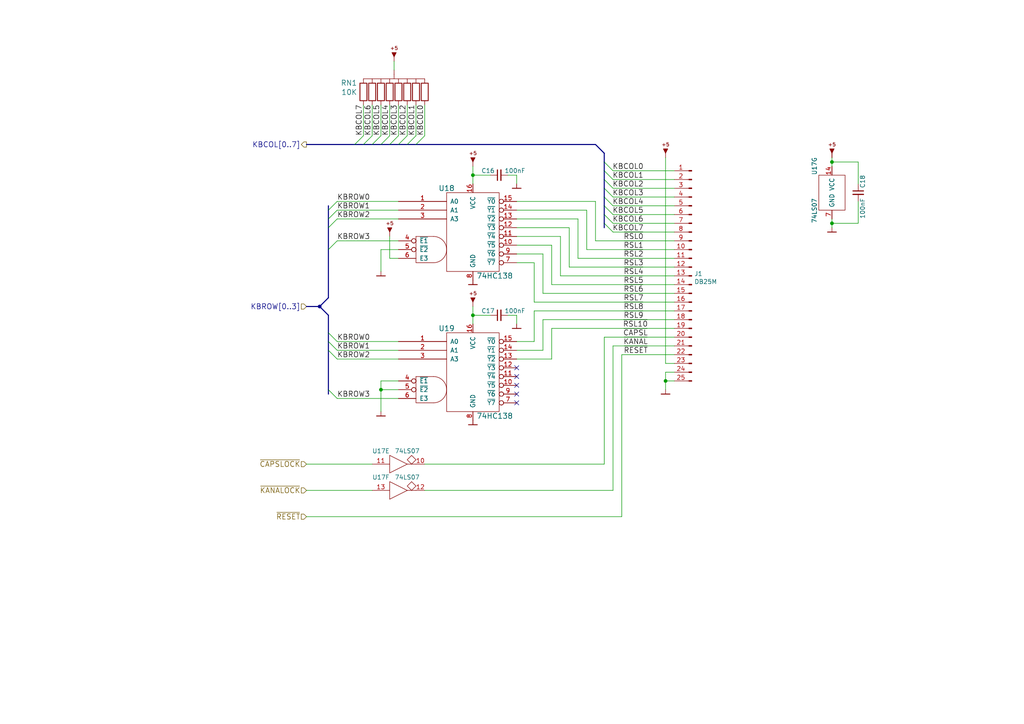
<source format=kicad_sch>
(kicad_sch (version 20211123) (generator eeschema)

  (uuid f5bf5b4a-5213-48af-a5cd-0d67969d2de6)

  (paper "A4")

  (lib_symbols
    (symbol "artemisa:74HC138" (pin_names (offset 1.016)) (in_bom yes) (on_board yes)
      (property "Reference" "U" (id 0) (at 5.08 12.7 0)
        (effects (font (size 1.524 1.524)))
      )
      (property "Value" "74HC138" (id 1) (at 6.35 -12.7 0)
        (effects (font (size 1.524 1.524)))
      )
      (property "Footprint" "" (id 2) (at -21.59 -2.54 90)
        (effects (font (size 1.524 1.524)) hide)
      )
      (property "Datasheet" "" (id 3) (at -21.59 -2.54 90)
        (effects (font (size 1.524 1.524)) hide)
      )
      (symbol "74HC138_0_1"
        (arc (start -11.43 -8.89) (mid -7.62 -5.08) (end -11.43 -1.27)
          (stroke (width 0) (type default) (color 0 0 0 0))
          (fill (type none))
        )
        (rectangle (start -7.62 11.43) (end 7.62 -11.43)
          (stroke (width 0) (type default) (color 0 0 0 0))
          (fill (type none))
        )
        (polyline
          (pts
            (xy -16.51 -1.27)
            (xy -11.43 -1.27)
          )
          (stroke (width 0) (type default) (color 0 0 0 0))
          (fill (type none))
        )
        (polyline
          (pts
            (xy -16.51 -1.27)
            (xy -16.51 -8.89)
            (xy -11.43 -8.89)
          )
          (stroke (width 0) (type default) (color 0 0 0 0))
          (fill (type none))
        )
      )
      (symbol "74HC138_1_1"
        (pin input line (at -21.59 8.89 0) (length 13.97)
          (name "A0" (effects (font (size 1.27 1.27))))
          (number "1" (effects (font (size 1.27 1.27))))
        )
        (pin output inverted (at 12.7 -3.81 180) (length 5.08)
          (name "~{Y5}" (effects (font (size 1.27 1.27))))
          (number "10" (effects (font (size 1.27 1.27))))
        )
        (pin output inverted (at 12.7 -1.27 180) (length 5.08)
          (name "~{Y4}" (effects (font (size 1.27 1.27))))
          (number "11" (effects (font (size 1.27 1.27))))
        )
        (pin output inverted (at 12.7 1.27 180) (length 5.08)
          (name "~{Y3}" (effects (font (size 1.27 1.27))))
          (number "12" (effects (font (size 1.27 1.27))))
        )
        (pin output inverted (at 12.7 3.81 180) (length 5.08)
          (name "~{Y2}" (effects (font (size 1.27 1.27))))
          (number "13" (effects (font (size 1.27 1.27))))
        )
        (pin output inverted (at 12.7 6.35 180) (length 5.08)
          (name "~{Y1}" (effects (font (size 1.27 1.27))))
          (number "14" (effects (font (size 1.27 1.27))))
        )
        (pin output inverted (at 12.7 8.89 180) (length 5.08)
          (name "~{Y0}" (effects (font (size 1.27 1.27))))
          (number "15" (effects (font (size 1.27 1.27))))
        )
        (pin power_in line (at 0 13.97 270) (length 2.54)
          (name "VCC" (effects (font (size 1.27 1.27))))
          (number "16" (effects (font (size 1.27 1.27))))
        )
        (pin input line (at -21.59 6.35 0) (length 13.97)
          (name "A1" (effects (font (size 1.27 1.27))))
          (number "2" (effects (font (size 1.27 1.27))))
        )
        (pin input line (at -21.59 3.81 0) (length 13.97)
          (name "A3" (effects (font (size 1.27 1.27))))
          (number "3" (effects (font (size 1.27 1.27))))
        )
        (pin input inverted (at -21.59 -2.54 0) (length 5.08)
          (name "~{E1}" (effects (font (size 1.27 1.27))))
          (number "4" (effects (font (size 1.27 1.27))))
        )
        (pin input inverted (at -21.59 -5.08 0) (length 5.08)
          (name "~{E2}" (effects (font (size 1.27 1.27))))
          (number "5" (effects (font (size 1.27 1.27))))
        )
        (pin input line (at -21.59 -7.62 0) (length 5.08)
          (name "E3" (effects (font (size 1.27 1.27))))
          (number "6" (effects (font (size 1.27 1.27))))
        )
        (pin output inverted (at 12.7 -8.89 180) (length 5.08)
          (name "~{Y7}" (effects (font (size 1.27 1.27))))
          (number "7" (effects (font (size 1.27 1.27))))
        )
        (pin power_in line (at 0 -13.97 90) (length 2.54)
          (name "GND" (effects (font (size 1.27 1.27))))
          (number "8" (effects (font (size 1.27 1.27))))
        )
        (pin output inverted (at 12.7 -6.35 180) (length 5.08)
          (name "~{Y6}" (effects (font (size 1.27 1.27))))
          (number "9" (effects (font (size 1.27 1.27))))
        )
      )
    )
    (symbol "artemisa:74LS07" (pin_names (offset 0.762)) (in_bom yes) (on_board yes)
      (property "Reference" "U" (id 0) (at 0 3.81 0)
        (effects (font (size 1.27 1.27)))
      )
      (property "Value" "74LS07" (id 1) (at 0 -3.81 0)
        (effects (font (size 1.27 1.27)))
      )
      (property "Footprint" "" (id 2) (at 0 0 0)
        (effects (font (size 1.27 1.27)) hide)
      )
      (property "Datasheet" "" (id 3) (at 0 0 0)
        (effects (font (size 1.27 1.27)) hide)
      )
      (symbol "74LS07_1_1"
        (polyline
          (pts
            (xy -2.54 -2.54)
            (xy 2.54 0)
          )
          (stroke (width 0) (type default) (color 0 0 0 0))
          (fill (type none))
        )
        (polyline
          (pts
            (xy -2.54 0)
            (xy -2.54 -2.54)
          )
          (stroke (width 0) (type default) (color 0 0 0 0))
          (fill (type none))
        )
        (polyline
          (pts
            (xy -2.54 0)
            (xy -2.54 2.54)
          )
          (stroke (width 0) (type default) (color 0 0 0 0))
          (fill (type none))
        )
        (polyline
          (pts
            (xy 2.54 0)
            (xy -2.54 2.54)
          )
          (stroke (width 0) (type default) (color 0 0 0 0))
          (fill (type none))
        )
        (polyline
          (pts
            (xy 5.08 0)
            (xy 2.54 0)
          )
          (stroke (width 0) (type default) (color 0 0 0 0))
          (fill (type none))
        )
        (polyline
          (pts
            (xy 3.81 2.54)
            (xy 2.54 1.27)
            (xy 3.81 0)
            (xy 5.08 1.27)
            (xy 3.81 2.54)
          )
          (stroke (width 0) (type default) (color 0 0 0 0))
          (fill (type none))
        )
        (pin input line (at -7.62 0 0) (length 5.0038)
          (name "~" (effects (font (size 1.27 1.27))))
          (number "1" (effects (font (size 1.27 1.27))))
        )
        (pin open_collector line (at 7.62 0 180) (length 2.54)
          (name "~" (effects (font (size 1.27 1.27))))
          (number "2" (effects (font (size 1.27 1.27))))
        )
      )
      (symbol "74LS07_2_1"
        (polyline
          (pts
            (xy -2.54 -2.54)
            (xy 2.54 0)
          )
          (stroke (width 0) (type default) (color 0 0 0 0))
          (fill (type none))
        )
        (polyline
          (pts
            (xy -2.54 0)
            (xy -2.54 -2.54)
          )
          (stroke (width 0) (type default) (color 0 0 0 0))
          (fill (type none))
        )
        (polyline
          (pts
            (xy -2.54 0)
            (xy -2.54 2.54)
          )
          (stroke (width 0) (type default) (color 0 0 0 0))
          (fill (type none))
        )
        (polyline
          (pts
            (xy 2.54 0)
            (xy -2.54 2.54)
          )
          (stroke (width 0) (type default) (color 0 0 0 0))
          (fill (type none))
        )
        (polyline
          (pts
            (xy 5.08 0)
            (xy 2.54 0)
          )
          (stroke (width 0) (type default) (color 0 0 0 0))
          (fill (type none))
        )
        (polyline
          (pts
            (xy 3.81 2.54)
            (xy 2.54 1.27)
            (xy 3.81 0)
            (xy 5.08 1.27)
            (xy 3.81 2.54)
          )
          (stroke (width 0) (type default) (color 0 0 0 0))
          (fill (type none))
        )
        (pin input line (at -7.62 0 0) (length 5.0038)
          (name "~" (effects (font (size 1.27 1.27))))
          (number "3" (effects (font (size 1.27 1.27))))
        )
        (pin open_collector line (at 7.62 0 180) (length 2.54)
          (name "~" (effects (font (size 1.27 1.27))))
          (number "4" (effects (font (size 1.27 1.27))))
        )
      )
      (symbol "74LS07_3_1"
        (polyline
          (pts
            (xy -2.54 -2.54)
            (xy 2.54 0)
          )
          (stroke (width 0) (type default) (color 0 0 0 0))
          (fill (type none))
        )
        (polyline
          (pts
            (xy -2.54 0)
            (xy -2.54 -2.54)
          )
          (stroke (width 0) (type default) (color 0 0 0 0))
          (fill (type none))
        )
        (polyline
          (pts
            (xy -2.54 0)
            (xy -2.54 2.54)
          )
          (stroke (width 0) (type default) (color 0 0 0 0))
          (fill (type none))
        )
        (polyline
          (pts
            (xy 2.54 0)
            (xy -2.54 2.54)
          )
          (stroke (width 0) (type default) (color 0 0 0 0))
          (fill (type none))
        )
        (polyline
          (pts
            (xy 5.08 0)
            (xy 2.54 0)
          )
          (stroke (width 0) (type default) (color 0 0 0 0))
          (fill (type none))
        )
        (polyline
          (pts
            (xy 3.81 2.54)
            (xy 2.54 1.27)
            (xy 3.81 0)
            (xy 5.08 1.27)
            (xy 3.81 2.54)
          )
          (stroke (width 0) (type default) (color 0 0 0 0))
          (fill (type none))
        )
        (pin input line (at -7.62 0 0) (length 5.0038)
          (name "~" (effects (font (size 1.27 1.27))))
          (number "5" (effects (font (size 1.27 1.27))))
        )
        (pin open_collector line (at 7.62 0 180) (length 2.54)
          (name "~" (effects (font (size 1.27 1.27))))
          (number "6" (effects (font (size 1.27 1.27))))
        )
      )
      (symbol "74LS07_4_1"
        (polyline
          (pts
            (xy -2.54 -2.54)
            (xy 2.54 0)
          )
          (stroke (width 0) (type default) (color 0 0 0 0))
          (fill (type none))
        )
        (polyline
          (pts
            (xy -2.54 0)
            (xy -2.54 -2.54)
          )
          (stroke (width 0) (type default) (color 0 0 0 0))
          (fill (type none))
        )
        (polyline
          (pts
            (xy -2.54 0)
            (xy -2.54 2.54)
          )
          (stroke (width 0) (type default) (color 0 0 0 0))
          (fill (type none))
        )
        (polyline
          (pts
            (xy 2.54 0)
            (xy -2.54 2.54)
          )
          (stroke (width 0) (type default) (color 0 0 0 0))
          (fill (type none))
        )
        (polyline
          (pts
            (xy 5.08 0)
            (xy 2.54 0)
          )
          (stroke (width 0) (type default) (color 0 0 0 0))
          (fill (type none))
        )
        (polyline
          (pts
            (xy 3.81 2.54)
            (xy 2.54 1.27)
            (xy 3.81 0)
            (xy 5.08 1.27)
            (xy 3.81 2.54)
          )
          (stroke (width 0) (type default) (color 0 0 0 0))
          (fill (type none))
        )
        (pin open_collector line (at 7.62 0 180) (length 2.54)
          (name "~" (effects (font (size 1.27 1.27))))
          (number "8" (effects (font (size 1.27 1.27))))
        )
        (pin input line (at -7.62 0 0) (length 5.0038)
          (name "~" (effects (font (size 1.27 1.27))))
          (number "9" (effects (font (size 1.27 1.27))))
        )
      )
      (symbol "74LS07_5_1"
        (polyline
          (pts
            (xy -2.54 -2.54)
            (xy 2.54 0)
          )
          (stroke (width 0) (type default) (color 0 0 0 0))
          (fill (type none))
        )
        (polyline
          (pts
            (xy -2.54 0)
            (xy -2.54 -2.54)
          )
          (stroke (width 0) (type default) (color 0 0 0 0))
          (fill (type none))
        )
        (polyline
          (pts
            (xy -2.54 0)
            (xy -2.54 2.54)
          )
          (stroke (width 0) (type default) (color 0 0 0 0))
          (fill (type none))
        )
        (polyline
          (pts
            (xy 2.54 0)
            (xy -2.54 2.54)
          )
          (stroke (width 0) (type default) (color 0 0 0 0))
          (fill (type none))
        )
        (polyline
          (pts
            (xy 5.08 0)
            (xy 2.54 0)
          )
          (stroke (width 0) (type default) (color 0 0 0 0))
          (fill (type none))
        )
        (polyline
          (pts
            (xy 3.81 2.54)
            (xy 2.54 1.27)
            (xy 3.81 0)
            (xy 5.08 1.27)
            (xy 3.81 2.54)
          )
          (stroke (width 0) (type default) (color 0 0 0 0))
          (fill (type none))
        )
        (pin open_collector line (at 7.62 0 180) (length 2.54)
          (name "~" (effects (font (size 1.27 1.27))))
          (number "10" (effects (font (size 1.27 1.27))))
        )
        (pin input line (at -7.62 0 0) (length 5.0038)
          (name "~" (effects (font (size 1.27 1.27))))
          (number "11" (effects (font (size 1.27 1.27))))
        )
      )
      (symbol "74LS07_6_1"
        (polyline
          (pts
            (xy -2.54 -2.54)
            (xy 2.54 0)
          )
          (stroke (width 0) (type default) (color 0 0 0 0))
          (fill (type none))
        )
        (polyline
          (pts
            (xy -2.54 0)
            (xy -2.54 -2.54)
          )
          (stroke (width 0) (type default) (color 0 0 0 0))
          (fill (type none))
        )
        (polyline
          (pts
            (xy -2.54 0)
            (xy -2.54 2.54)
          )
          (stroke (width 0) (type default) (color 0 0 0 0))
          (fill (type none))
        )
        (polyline
          (pts
            (xy 2.54 0)
            (xy -2.54 2.54)
          )
          (stroke (width 0) (type default) (color 0 0 0 0))
          (fill (type none))
        )
        (polyline
          (pts
            (xy 5.08 0)
            (xy 2.54 0)
          )
          (stroke (width 0) (type default) (color 0 0 0 0))
          (fill (type none))
        )
        (polyline
          (pts
            (xy 3.81 2.54)
            (xy 2.54 1.27)
            (xy 3.81 0)
            (xy 5.08 1.27)
            (xy 3.81 2.54)
          )
          (stroke (width 0) (type default) (color 0 0 0 0))
          (fill (type none))
        )
        (pin open_collector line (at 7.62 0 180) (length 2.54)
          (name "~" (effects (font (size 1.27 1.27))))
          (number "12" (effects (font (size 1.27 1.27))))
        )
        (pin input line (at -7.62 0 0) (length 5.0038)
          (name "~" (effects (font (size 1.27 1.27))))
          (number "13" (effects (font (size 1.27 1.27))))
        )
      )
      (symbol "74LS07_7_0"
        (pin power_in line (at 0 7.62 270) (length 2.54)
          (name "VCC" (effects (font (size 1.27 1.27))))
          (number "14" (effects (font (size 1.27 1.27))))
        )
      )
      (symbol "74LS07_7_1"
        (rectangle (start -3.81 -5.08) (end 3.81 5.08)
          (stroke (width 0) (type default) (color 0 0 0 0))
          (fill (type none))
        )
        (pin power_in line (at 0 -7.62 90) (length 2.54)
          (name "GND" (effects (font (size 1.27 1.27))))
          (number "7" (effects (font (size 1.27 1.27))))
        )
      )
    )
    (symbol "artemisa:Cap" (pin_numbers hide) (pin_names (offset 0.254) hide) (in_bom yes) (on_board yes)
      (property "Reference" "C" (id 0) (at 0.254 1.778 0)
        (effects (font (size 1.27 1.27)) (justify left))
      )
      (property "Value" "Cap" (id 1) (at 0.254 -2.032 0)
        (effects (font (size 1.27 1.27)) (justify left))
      )
      (property "Footprint" "" (id 2) (at 0 0 0)
        (effects (font (size 1.27 1.27)) hide)
      )
      (property "Datasheet" "" (id 3) (at 0 0 0)
        (effects (font (size 1.27 1.27)) hide)
      )
      (property "ki_fp_filters" "C_*" (id 4) (at 0 0 0)
        (effects (font (size 1.27 1.27)) hide)
      )
      (symbol "Cap_0_1"
        (polyline
          (pts
            (xy -1.524 -0.508)
            (xy 1.524 -0.508)
          )
          (stroke (width 0.3302) (type default) (color 0 0 0 0))
          (fill (type none))
        )
        (polyline
          (pts
            (xy -1.524 0.508)
            (xy 1.524 0.508)
          )
          (stroke (width 0.3048) (type default) (color 0 0 0 0))
          (fill (type none))
        )
      )
      (symbol "Cap_1_1"
        (pin passive line (at 0 2.54 270) (length 2.032)
          (name "~" (effects (font (size 1.27 1.27))))
          (number "1" (effects (font (size 1.27 1.27))))
        )
        (pin passive line (at 0 -2.54 90) (length 2.032)
          (name "~" (effects (font (size 1.27 1.27))))
          (number "2" (effects (font (size 1.27 1.27))))
        )
      )
    )
    (symbol "artemisa:DB25M" (pin_names (offset 1.016) hide) (in_bom yes) (on_board yes)
      (property "Reference" "J" (id 0) (at 0 33.02 0)
        (effects (font (size 1.27 1.27)))
      )
      (property "Value" "DB25M" (id 1) (at 0 -33.02 0)
        (effects (font (size 1.27 1.27)))
      )
      (property "Footprint" "" (id 2) (at 0 0 0)
        (effects (font (size 1.27 1.27)) hide)
      )
      (property "Datasheet" "~" (id 3) (at 0 0 0)
        (effects (font (size 1.27 1.27)) hide)
      )
      (property "ki_keywords" "connector" (id 4) (at 0 0 0)
        (effects (font (size 1.27 1.27)) hide)
      )
      (property "ki_fp_filters" "Connector*:*_1x??_*" (id 5) (at 0 0 0)
        (effects (font (size 1.27 1.27)) hide)
      )
      (symbol "DB25M_1_1"
        (polyline
          (pts
            (xy 1.27 -30.48)
            (xy 0.8636 -30.48)
          )
          (stroke (width 0.1524) (type default) (color 0 0 0 0))
          (fill (type none))
        )
        (polyline
          (pts
            (xy 1.27 -27.94)
            (xy 0.8636 -27.94)
          )
          (stroke (width 0.1524) (type default) (color 0 0 0 0))
          (fill (type none))
        )
        (polyline
          (pts
            (xy 1.27 -25.4)
            (xy 0.8636 -25.4)
          )
          (stroke (width 0.1524) (type default) (color 0 0 0 0))
          (fill (type none))
        )
        (polyline
          (pts
            (xy 1.27 -22.86)
            (xy 0.8636 -22.86)
          )
          (stroke (width 0.1524) (type default) (color 0 0 0 0))
          (fill (type none))
        )
        (polyline
          (pts
            (xy 1.27 -20.32)
            (xy 0.8636 -20.32)
          )
          (stroke (width 0.1524) (type default) (color 0 0 0 0))
          (fill (type none))
        )
        (polyline
          (pts
            (xy 1.27 -17.78)
            (xy 0.8636 -17.78)
          )
          (stroke (width 0.1524) (type default) (color 0 0 0 0))
          (fill (type none))
        )
        (polyline
          (pts
            (xy 1.27 -15.24)
            (xy 0.8636 -15.24)
          )
          (stroke (width 0.1524) (type default) (color 0 0 0 0))
          (fill (type none))
        )
        (polyline
          (pts
            (xy 1.27 -12.7)
            (xy 0.8636 -12.7)
          )
          (stroke (width 0.1524) (type default) (color 0 0 0 0))
          (fill (type none))
        )
        (polyline
          (pts
            (xy 1.27 -10.16)
            (xy 0.8636 -10.16)
          )
          (stroke (width 0.1524) (type default) (color 0 0 0 0))
          (fill (type none))
        )
        (polyline
          (pts
            (xy 1.27 -7.62)
            (xy 0.8636 -7.62)
          )
          (stroke (width 0.1524) (type default) (color 0 0 0 0))
          (fill (type none))
        )
        (polyline
          (pts
            (xy 1.27 -5.08)
            (xy 0.8636 -5.08)
          )
          (stroke (width 0.1524) (type default) (color 0 0 0 0))
          (fill (type none))
        )
        (polyline
          (pts
            (xy 1.27 -2.54)
            (xy 0.8636 -2.54)
          )
          (stroke (width 0.1524) (type default) (color 0 0 0 0))
          (fill (type none))
        )
        (polyline
          (pts
            (xy 1.27 0)
            (xy 0.8636 0)
          )
          (stroke (width 0.1524) (type default) (color 0 0 0 0))
          (fill (type none))
        )
        (polyline
          (pts
            (xy 1.27 2.54)
            (xy 0.8636 2.54)
          )
          (stroke (width 0.1524) (type default) (color 0 0 0 0))
          (fill (type none))
        )
        (polyline
          (pts
            (xy 1.27 5.08)
            (xy 0.8636 5.08)
          )
          (stroke (width 0.1524) (type default) (color 0 0 0 0))
          (fill (type none))
        )
        (polyline
          (pts
            (xy 1.27 7.62)
            (xy 0.8636 7.62)
          )
          (stroke (width 0.1524) (type default) (color 0 0 0 0))
          (fill (type none))
        )
        (polyline
          (pts
            (xy 1.27 10.16)
            (xy 0.8636 10.16)
          )
          (stroke (width 0.1524) (type default) (color 0 0 0 0))
          (fill (type none))
        )
        (polyline
          (pts
            (xy 1.27 12.7)
            (xy 0.8636 12.7)
          )
          (stroke (width 0.1524) (type default) (color 0 0 0 0))
          (fill (type none))
        )
        (polyline
          (pts
            (xy 1.27 15.24)
            (xy 0.8636 15.24)
          )
          (stroke (width 0.1524) (type default) (color 0 0 0 0))
          (fill (type none))
        )
        (polyline
          (pts
            (xy 1.27 17.78)
            (xy 0.8636 17.78)
          )
          (stroke (width 0.1524) (type default) (color 0 0 0 0))
          (fill (type none))
        )
        (polyline
          (pts
            (xy 1.27 20.32)
            (xy 0.8636 20.32)
          )
          (stroke (width 0.1524) (type default) (color 0 0 0 0))
          (fill (type none))
        )
        (polyline
          (pts
            (xy 1.27 22.86)
            (xy 0.8636 22.86)
          )
          (stroke (width 0.1524) (type default) (color 0 0 0 0))
          (fill (type none))
        )
        (polyline
          (pts
            (xy 1.27 25.4)
            (xy 0.8636 25.4)
          )
          (stroke (width 0.1524) (type default) (color 0 0 0 0))
          (fill (type none))
        )
        (polyline
          (pts
            (xy 1.27 27.94)
            (xy 0.8636 27.94)
          )
          (stroke (width 0.1524) (type default) (color 0 0 0 0))
          (fill (type none))
        )
        (polyline
          (pts
            (xy 1.27 30.48)
            (xy 0.8636 30.48)
          )
          (stroke (width 0.1524) (type default) (color 0 0 0 0))
          (fill (type none))
        )
        (rectangle (start 0.8636 -30.353) (end 0 -30.607)
          (stroke (width 0.1524) (type default) (color 0 0 0 0))
          (fill (type outline))
        )
        (rectangle (start 0.8636 -27.813) (end 0 -28.067)
          (stroke (width 0.1524) (type default) (color 0 0 0 0))
          (fill (type outline))
        )
        (rectangle (start 0.8636 -25.273) (end 0 -25.527)
          (stroke (width 0.1524) (type default) (color 0 0 0 0))
          (fill (type outline))
        )
        (rectangle (start 0.8636 -22.733) (end 0 -22.987)
          (stroke (width 0.1524) (type default) (color 0 0 0 0))
          (fill (type outline))
        )
        (rectangle (start 0.8636 -20.193) (end 0 -20.447)
          (stroke (width 0.1524) (type default) (color 0 0 0 0))
          (fill (type outline))
        )
        (rectangle (start 0.8636 -17.653) (end 0 -17.907)
          (stroke (width 0.1524) (type default) (color 0 0 0 0))
          (fill (type outline))
        )
        (rectangle (start 0.8636 -15.113) (end 0 -15.367)
          (stroke (width 0.1524) (type default) (color 0 0 0 0))
          (fill (type outline))
        )
        (rectangle (start 0.8636 -12.573) (end 0 -12.827)
          (stroke (width 0.1524) (type default) (color 0 0 0 0))
          (fill (type outline))
        )
        (rectangle (start 0.8636 -10.033) (end 0 -10.287)
          (stroke (width 0.1524) (type default) (color 0 0 0 0))
          (fill (type outline))
        )
        (rectangle (start 0.8636 -7.493) (end 0 -7.747)
          (stroke (width 0.1524) (type default) (color 0 0 0 0))
          (fill (type outline))
        )
        (rectangle (start 0.8636 -4.953) (end 0 -5.207)
          (stroke (width 0.1524) (type default) (color 0 0 0 0))
          (fill (type outline))
        )
        (rectangle (start 0.8636 -2.413) (end 0 -2.667)
          (stroke (width 0.1524) (type default) (color 0 0 0 0))
          (fill (type outline))
        )
        (rectangle (start 0.8636 0.127) (end 0 -0.127)
          (stroke (width 0.1524) (type default) (color 0 0 0 0))
          (fill (type outline))
        )
        (rectangle (start 0.8636 2.667) (end 0 2.413)
          (stroke (width 0.1524) (type default) (color 0 0 0 0))
          (fill (type outline))
        )
        (rectangle (start 0.8636 5.207) (end 0 4.953)
          (stroke (width 0.1524) (type default) (color 0 0 0 0))
          (fill (type outline))
        )
        (rectangle (start 0.8636 7.747) (end 0 7.493)
          (stroke (width 0.1524) (type default) (color 0 0 0 0))
          (fill (type outline))
        )
        (rectangle (start 0.8636 10.287) (end 0 10.033)
          (stroke (width 0.1524) (type default) (color 0 0 0 0))
          (fill (type outline))
        )
        (rectangle (start 0.8636 12.827) (end 0 12.573)
          (stroke (width 0.1524) (type default) (color 0 0 0 0))
          (fill (type outline))
        )
        (rectangle (start 0.8636 15.367) (end 0 15.113)
          (stroke (width 0.1524) (type default) (color 0 0 0 0))
          (fill (type outline))
        )
        (rectangle (start 0.8636 17.907) (end 0 17.653)
          (stroke (width 0.1524) (type default) (color 0 0 0 0))
          (fill (type outline))
        )
        (rectangle (start 0.8636 20.447) (end 0 20.193)
          (stroke (width 0.1524) (type default) (color 0 0 0 0))
          (fill (type outline))
        )
        (rectangle (start 0.8636 22.987) (end 0 22.733)
          (stroke (width 0.1524) (type default) (color 0 0 0 0))
          (fill (type outline))
        )
        (rectangle (start 0.8636 25.527) (end 0 25.273)
          (stroke (width 0.1524) (type default) (color 0 0 0 0))
          (fill (type outline))
        )
        (rectangle (start 0.8636 28.067) (end 0 27.813)
          (stroke (width 0.1524) (type default) (color 0 0 0 0))
          (fill (type outline))
        )
        (rectangle (start 0.8636 30.607) (end 0 30.353)
          (stroke (width 0.1524) (type default) (color 0 0 0 0))
          (fill (type outline))
        )
        (pin passive line (at 5.08 30.48 180) (length 3.81)
          (name "Pin_1" (effects (font (size 1.27 1.27))))
          (number "1" (effects (font (size 1.27 1.27))))
        )
        (pin passive line (at 5.08 7.62 180) (length 3.81)
          (name "Pin_10" (effects (font (size 1.27 1.27))))
          (number "10" (effects (font (size 1.27 1.27))))
        )
        (pin passive line (at 5.08 5.08 180) (length 3.81)
          (name "Pin_11" (effects (font (size 1.27 1.27))))
          (number "11" (effects (font (size 1.27 1.27))))
        )
        (pin passive line (at 5.08 2.54 180) (length 3.81)
          (name "Pin_12" (effects (font (size 1.27 1.27))))
          (number "12" (effects (font (size 1.27 1.27))))
        )
        (pin passive line (at 5.08 0 180) (length 3.81)
          (name "Pin_13" (effects (font (size 1.27 1.27))))
          (number "13" (effects (font (size 1.27 1.27))))
        )
        (pin passive line (at 5.08 -2.54 180) (length 3.81)
          (name "Pin_14" (effects (font (size 1.27 1.27))))
          (number "14" (effects (font (size 1.27 1.27))))
        )
        (pin passive line (at 5.08 -5.08 180) (length 3.81)
          (name "Pin_15" (effects (font (size 1.27 1.27))))
          (number "15" (effects (font (size 1.27 1.27))))
        )
        (pin passive line (at 5.08 -7.62 180) (length 3.81)
          (name "Pin_16" (effects (font (size 1.27 1.27))))
          (number "16" (effects (font (size 1.27 1.27))))
        )
        (pin passive line (at 5.08 -10.16 180) (length 3.81)
          (name "Pin_17" (effects (font (size 1.27 1.27))))
          (number "17" (effects (font (size 1.27 1.27))))
        )
        (pin passive line (at 5.08 -12.7 180) (length 3.81)
          (name "Pin_18" (effects (font (size 1.27 1.27))))
          (number "18" (effects (font (size 1.27 1.27))))
        )
        (pin passive line (at 5.08 -15.24 180) (length 3.81)
          (name "Pin_19" (effects (font (size 1.27 1.27))))
          (number "19" (effects (font (size 1.27 1.27))))
        )
        (pin passive line (at 5.08 27.94 180) (length 3.81)
          (name "Pin_2" (effects (font (size 1.27 1.27))))
          (number "2" (effects (font (size 1.27 1.27))))
        )
        (pin passive line (at 5.08 -17.78 180) (length 3.81)
          (name "Pin_20" (effects (font (size 1.27 1.27))))
          (number "20" (effects (font (size 1.27 1.27))))
        )
        (pin passive line (at 5.08 -20.32 180) (length 3.81)
          (name "Pin_21" (effects (font (size 1.27 1.27))))
          (number "21" (effects (font (size 1.27 1.27))))
        )
        (pin passive line (at 5.08 -22.86 180) (length 3.81)
          (name "Pin_22" (effects (font (size 1.27 1.27))))
          (number "22" (effects (font (size 1.27 1.27))))
        )
        (pin passive line (at 5.08 -25.4 180) (length 3.81)
          (name "Pin_23" (effects (font (size 1.27 1.27))))
          (number "23" (effects (font (size 1.27 1.27))))
        )
        (pin passive line (at 5.08 -27.94 180) (length 3.81)
          (name "Pin_24" (effects (font (size 1.27 1.27))))
          (number "24" (effects (font (size 1.27 1.27))))
        )
        (pin passive line (at 5.08 -30.48 180) (length 3.81)
          (name "Pin_25" (effects (font (size 1.27 1.27))))
          (number "25" (effects (font (size 1.27 1.27))))
        )
        (pin passive line (at 5.08 25.4 180) (length 3.81)
          (name "Pin_3" (effects (font (size 1.27 1.27))))
          (number "3" (effects (font (size 1.27 1.27))))
        )
        (pin passive line (at 5.08 22.86 180) (length 3.81)
          (name "Pin_4" (effects (font (size 1.27 1.27))))
          (number "4" (effects (font (size 1.27 1.27))))
        )
        (pin passive line (at 5.08 20.32 180) (length 3.81)
          (name "Pin_5" (effects (font (size 1.27 1.27))))
          (number "5" (effects (font (size 1.27 1.27))))
        )
        (pin passive line (at 5.08 17.78 180) (length 3.81)
          (name "Pin_6" (effects (font (size 1.27 1.27))))
          (number "6" (effects (font (size 1.27 1.27))))
        )
        (pin passive line (at 5.08 15.24 180) (length 3.81)
          (name "Pin_7" (effects (font (size 1.27 1.27))))
          (number "7" (effects (font (size 1.27 1.27))))
        )
        (pin passive line (at 5.08 12.7 180) (length 3.81)
          (name "Pin_8" (effects (font (size 1.27 1.27))))
          (number "8" (effects (font (size 1.27 1.27))))
        )
        (pin passive line (at 5.08 10.16 180) (length 3.81)
          (name "Pin_9" (effects (font (size 1.27 1.27))))
          (number "9" (effects (font (size 1.27 1.27))))
        )
      )
    )
    (symbol "artemisa:GND" (power) (pin_numbers hide) (pin_names (offset 0) hide) (in_bom yes) (on_board yes)
      (property "Reference" "#PWR" (id 0) (at 0 -2.54 0)
        (effects (font (size 1.524 1.524)) hide)
      )
      (property "Value" "GND" (id 1) (at 0 2.54 0)
        (effects (font (size 1.524 1.524)) hide)
      )
      (property "Footprint" "" (id 2) (at 0 0 0)
        (effects (font (size 1.524 1.524)) hide)
      )
      (property "Datasheet" "" (id 3) (at 0 0 0)
        (effects (font (size 1.524 1.524)) hide)
      )
      (symbol "GND_0_1"
        (polyline
          (pts
            (xy -1.27 -1.27)
            (xy 1.27 -1.27)
          )
          (stroke (width 0.254) (type default) (color 0 0 0 0))
          (fill (type none))
        )
      )
      (symbol "GND_1_1"
        (pin power_in line (at 0 0 270) (length 1.27)
          (name "GND" (effects (font (size 1.27 1.27))))
          (number "~" (effects (font (size 1.27 1.27))))
        )
      )
    )
    (symbol "artemisa:RN8" (pin_numbers hide) (pin_names (offset 1.016) hide) (in_bom yes) (on_board yes)
      (property "Reference" "RN" (id 0) (at 7.62 5.08 0)
        (effects (font (size 1.524 1.524)))
      )
      (property "Value" "RN8" (id 1) (at -8.89 5.08 0)
        (effects (font (size 1.524 1.524)))
      )
      (property "Footprint" "" (id 2) (at -7.62 -1.905 0)
        (effects (font (size 1.524 1.524)) hide)
      )
      (property "Datasheet" "" (id 3) (at -7.62 -1.905 0)
        (effects (font (size 1.524 1.524)) hide)
      )
      (symbol "RN8_0_1"
        (polyline
          (pts
            (xy -8.89 2.54)
            (xy -8.89 3.81)
          )
          (stroke (width 0) (type default) (color 0 0 0 0))
          (fill (type none))
        )
        (polyline
          (pts
            (xy -6.35 2.54)
            (xy -6.35 3.81)
          )
          (stroke (width 0) (type default) (color 0 0 0 0))
          (fill (type none))
        )
        (polyline
          (pts
            (xy -3.81 2.54)
            (xy -3.81 3.81)
          )
          (stroke (width 0) (type default) (color 0 0 0 0))
          (fill (type none))
        )
        (polyline
          (pts
            (xy -1.27 2.54)
            (xy -1.27 3.81)
          )
          (stroke (width 0) (type default) (color 0 0 0 0))
          (fill (type none))
        )
        (polyline
          (pts
            (xy 0 5.08)
            (xy 0 3.81)
          )
          (stroke (width 0) (type default) (color 0 0 0 0))
          (fill (type none))
        )
        (polyline
          (pts
            (xy 1.27 2.54)
            (xy 1.27 3.81)
          )
          (stroke (width 0) (type default) (color 0 0 0 0))
          (fill (type none))
        )
        (polyline
          (pts
            (xy 3.81 2.54)
            (xy 3.81 3.81)
          )
          (stroke (width 0) (type default) (color 0 0 0 0))
          (fill (type none))
        )
        (polyline
          (pts
            (xy 6.35 2.54)
            (xy 6.35 3.81)
          )
          (stroke (width 0) (type default) (color 0 0 0 0))
          (fill (type none))
        )
        (polyline
          (pts
            (xy 8.89 2.54)
            (xy 8.89 3.81)
          )
          (stroke (width 0) (type default) (color 0 0 0 0))
          (fill (type none))
        )
        (polyline
          (pts
            (xy 8.89 3.81)
            (xy -8.89 3.81)
          )
          (stroke (width 0) (type default) (color 0 0 0 0))
          (fill (type none))
        )
      )
      (symbol "RN8_0_2"
        (polyline
          (pts
            (xy -13.97 3.81)
            (xy -8.89 3.81)
          )
          (stroke (width 0) (type default) (color 0 0 0 0))
          (fill (type none))
        )
        (polyline
          (pts
            (xy -13.97 3.81)
            (xy -16.51 3.81)
            (xy -16.51 -2.54)
          )
          (stroke (width 0) (type default) (color 0 0 0 0))
          (fill (type none))
        )
      )
      (symbol "RN8_1_1"
        (rectangle (start -9.906 -2.54) (end -7.874 2.54)
          (stroke (width 0.254) (type default) (color 0 0 0 0))
          (fill (type none))
        )
        (rectangle (start -7.366 -2.54) (end -5.334 2.54)
          (stroke (width 0.254) (type default) (color 0 0 0 0))
          (fill (type none))
        )
        (rectangle (start -4.826 -2.54) (end -2.794 2.54)
          (stroke (width 0.254) (type default) (color 0 0 0 0))
          (fill (type none))
        )
        (rectangle (start -2.286 -2.54) (end -0.254 2.54)
          (stroke (width 0.254) (type default) (color 0 0 0 0))
          (fill (type none))
        )
        (rectangle (start 0.254 -2.54) (end 2.286 2.54)
          (stroke (width 0.254) (type default) (color 0 0 0 0))
          (fill (type none))
        )
        (rectangle (start 2.794 -2.54) (end 4.826 2.54)
          (stroke (width 0.254) (type default) (color 0 0 0 0))
          (fill (type none))
        )
        (rectangle (start 5.334 -2.54) (end 7.366 2.54)
          (stroke (width 0.254) (type default) (color 0 0 0 0))
          (fill (type none))
        )
        (rectangle (start 7.874 -2.54) (end 9.906 2.54)
          (stroke (width 0.254) (type default) (color 0 0 0 0))
          (fill (type none))
        )
        (pin passive line (at 0 6.35 270) (length 1.27)
          (name "~" (effects (font (size 1.27 1.27))))
          (number "1" (effects (font (size 1.27 1.27))))
        )
        (pin passive line (at -8.89 -3.81 90) (length 1.27)
          (name "~" (effects (font (size 1.27 1.27))))
          (number "2" (effects (font (size 1.27 1.27))))
        )
        (pin passive line (at -6.35 -3.81 90) (length 1.27)
          (name "~" (effects (font (size 1.27 1.27))))
          (number "3" (effects (font (size 1.27 1.27))))
        )
        (pin passive line (at -3.81 -3.81 90) (length 1.27)
          (name "~" (effects (font (size 1.27 1.27))))
          (number "4" (effects (font (size 1.27 1.27))))
        )
        (pin passive line (at -1.27 -3.81 90) (length 1.27)
          (name "~" (effects (font (size 1.27 1.27))))
          (number "5" (effects (font (size 1.27 1.27))))
        )
        (pin passive line (at 1.27 -3.81 90) (length 1.27)
          (name "~" (effects (font (size 1.27 1.27))))
          (number "6" (effects (font (size 1.27 1.27))))
        )
        (pin passive line (at 3.81 -3.81 90) (length 1.27)
          (name "~" (effects (font (size 1.27 1.27))))
          (number "7" (effects (font (size 1.27 1.27))))
        )
        (pin passive line (at 6.35 -3.81 90) (length 1.27)
          (name "~" (effects (font (size 1.27 1.27))))
          (number "8" (effects (font (size 1.27 1.27))))
        )
        (pin passive line (at 8.89 -3.81 90) (length 1.27)
          (name "~" (effects (font (size 1.27 1.27))))
          (number "9" (effects (font (size 1.27 1.27))))
        )
      )
      (symbol "RN8_1_2"
        (rectangle (start -9.906 -2.54) (end -7.874 2.54)
          (stroke (width 0.254) (type default) (color 0 0 0 0))
          (fill (type none))
        )
        (rectangle (start -7.366 -2.54) (end -5.334 2.54)
          (stroke (width 0.254) (type default) (color 0 0 0 0))
          (fill (type none))
        )
        (rectangle (start -4.826 -2.54) (end -2.794 2.54)
          (stroke (width 0.254) (type default) (color 0 0 0 0))
          (fill (type none))
        )
        (rectangle (start -2.286 -2.54) (end -0.254 2.54)
          (stroke (width 0.254) (type default) (color 0 0 0 0))
          (fill (type none))
        )
        (polyline
          (pts
            (xy -8.89 2.54)
            (xy -8.89 3.81)
          )
          (stroke (width 0) (type default) (color 0 0 0 0))
          (fill (type none))
        )
        (polyline
          (pts
            (xy -6.35 2.54)
            (xy -6.35 3.81)
          )
          (stroke (width 0) (type default) (color 0 0 0 0))
          (fill (type none))
        )
        (polyline
          (pts
            (xy -3.81 2.54)
            (xy -3.81 3.81)
          )
          (stroke (width 0) (type default) (color 0 0 0 0))
          (fill (type none))
        )
        (polyline
          (pts
            (xy -1.27 2.54)
            (xy -1.27 3.81)
          )
          (stroke (width 0) (type default) (color 0 0 0 0))
          (fill (type none))
        )
        (polyline
          (pts
            (xy 1.27 2.54)
            (xy 1.27 3.81)
          )
          (stroke (width 0) (type default) (color 0 0 0 0))
          (fill (type none))
        )
        (polyline
          (pts
            (xy 3.81 2.54)
            (xy 3.81 3.81)
          )
          (stroke (width 0) (type default) (color 0 0 0 0))
          (fill (type none))
        )
        (polyline
          (pts
            (xy 6.35 2.54)
            (xy 6.35 3.81)
          )
          (stroke (width 0) (type default) (color 0 0 0 0))
          (fill (type none))
        )
        (polyline
          (pts
            (xy 8.89 2.54)
            (xy 8.89 3.81)
          )
          (stroke (width 0) (type default) (color 0 0 0 0))
          (fill (type none))
        )
        (polyline
          (pts
            (xy 8.89 3.81)
            (xy -8.89 3.81)
          )
          (stroke (width 0) (type default) (color 0 0 0 0))
          (fill (type none))
        )
        (rectangle (start 0.254 -2.54) (end 2.286 2.54)
          (stroke (width 0.254) (type default) (color 0 0 0 0))
          (fill (type none))
        )
        (rectangle (start 2.794 -2.54) (end 4.826 2.54)
          (stroke (width 0.254) (type default) (color 0 0 0 0))
          (fill (type none))
        )
        (rectangle (start 5.334 -2.54) (end 7.366 2.54)
          (stroke (width 0.254) (type default) (color 0 0 0 0))
          (fill (type none))
        )
        (rectangle (start 7.874 -2.54) (end 9.906 2.54)
          (stroke (width 0.254) (type default) (color 0 0 0 0))
          (fill (type none))
        )
        (pin passive line (at -16.51 -3.81 90) (length 1.27)
          (name "~" (effects (font (size 1.27 1.27))))
          (number "1" (effects (font (size 1.27 1.27))))
        )
        (pin passive line (at -8.89 -3.81 90) (length 1.27)
          (name "~" (effects (font (size 1.27 1.27))))
          (number "2" (effects (font (size 1.27 1.27))))
        )
        (pin passive line (at -6.35 -3.81 90) (length 1.27)
          (name "~" (effects (font (size 1.27 1.27))))
          (number "3" (effects (font (size 1.27 1.27))))
        )
        (pin passive line (at -3.81 -3.81 90) (length 1.27)
          (name "~" (effects (font (size 1.27 1.27))))
          (number "4" (effects (font (size 1.27 1.27))))
        )
        (pin passive line (at -1.27 -3.81 90) (length 1.27)
          (name "~" (effects (font (size 1.27 1.27))))
          (number "5" (effects (font (size 1.27 1.27))))
        )
        (pin passive line (at 1.27 -3.81 90) (length 1.27)
          (name "~" (effects (font (size 1.27 1.27))))
          (number "6" (effects (font (size 1.27 1.27))))
        )
        (pin passive line (at 3.81 -3.81 90) (length 1.27)
          (name "~" (effects (font (size 1.27 1.27))))
          (number "7" (effects (font (size 1.27 1.27))))
        )
        (pin passive line (at 6.35 -3.81 90) (length 1.27)
          (name "~" (effects (font (size 1.27 1.27))))
          (number "8" (effects (font (size 1.27 1.27))))
        )
        (pin passive line (at 8.89 -3.81 90) (length 1.27)
          (name "~" (effects (font (size 1.27 1.27))))
          (number "9" (effects (font (size 1.27 1.27))))
        )
      )
    )
    (symbol "artemisa:VCC" (power) (pin_numbers hide) (pin_names (offset 0) hide) (in_bom yes) (on_board yes)
      (property "Reference" "#PWR" (id 0) (at 0 -1.27 0)
        (effects (font (size 1.524 1.524)) hide)
      )
      (property "Value" "VCC" (id 1) (at 0 6.35 0)
        (effects (font (size 1.524 1.524)) hide)
      )
      (property "Footprint" "" (id 2) (at 0 0 0)
        (effects (font (size 1.524 1.524)) hide)
      )
      (property "Datasheet" "" (id 3) (at 0 0 0)
        (effects (font (size 1.524 1.524)) hide)
      )
      (symbol "VCC_0_0"
        (text "+5" (at 0 3.81 0)
          (effects (font (size 1.016 1.016)))
        )
      )
      (symbol "VCC_0_1"
        (polyline
          (pts
            (xy 0 1.27)
            (xy 0.635 2.54)
            (xy -0.635 2.54)
            (xy 0 1.27)
          )
          (stroke (width 0) (type default) (color 0 0 0 0))
          (fill (type outline))
        )
      )
      (symbol "VCC_1_1"
        (pin power_in line (at 0 0 90) (length 1.27)
          (name "VCC" (effects (font (size 1.27 1.27))))
          (number "1" (effects (font (size 1.27 1.27))))
        )
      )
    )
  )

  (junction (at 137.16 91.44) (diameter 0) (color 0 0 0 0)
    (uuid 0ba17a9b-d889-426c-b4fe-048bed6b6be8)
  )
  (junction (at 137.16 50.8) (diameter 0) (color 0 0 0 0)
    (uuid 0cc9bf07-55b9-458f-b8aa-41b2f51fa940)
  )
  (junction (at 241.3 64.77) (diameter 0) (color 0 0 0 0)
    (uuid 1876c30c-72b2-4a8d-9f32-bf8b213530b4)
  )
  (junction (at 92.71 88.9) (diameter 0) (color 0 0 0 0)
    (uuid 79487df3-ea74-43e2-bbfd-3ce433940212)
  )
  (junction (at 193.04 110.49) (diameter 0) (color 0 0 0 0)
    (uuid 9db16341-dac0-4aab-9c62-7d88c111c1ce)
  )
  (junction (at 241.3 46.99) (diameter 0) (color 0 0 0 0)
    (uuid c346b00c-b5e0-4939-beb4-7f48172ef334)
  )
  (junction (at 110.49 113.03) (diameter 0) (color 0 0 0 0)
    (uuid fd60415a-f01a-46c5-9369-ea970e435e5b)
  )

  (no_connect (at 149.86 114.3) (uuid 1cb22080-0f59-4c18-a6e6-8685ef44ec53))
  (no_connect (at 149.86 109.22) (uuid 235067e2-1686-40fe-a9a0-61704311b2b1))
  (no_connect (at 149.86 106.68) (uuid 31f91ec8-56e4-4e08-9ccd-012652772211))
  (no_connect (at 149.86 111.76) (uuid 701e1517-e8cf-46f4-b538-98e721c97380))
  (no_connect (at 149.86 116.84) (uuid 8bdea5f6-7a53-427a-92b8-fd15994c2e8c))

  (bus_entry (at 175.26 52.07) (size 2.54 2.54)
    (stroke (width 0) (type default) (color 0 0 0 0))
    (uuid 051b8cb0-ae77-4e09-98a7-bf2103319e66)
  )
  (bus_entry (at 97.79 99.06) (size -2.54 -2.54)
    (stroke (width 0) (type default) (color 0 0 0 0))
    (uuid 0554bea0-89b2-4e25-9ea3-4c73921c94cb)
  )
  (bus_entry (at 102.87 41.91) (size 2.54 -2.54)
    (stroke (width 0) (type default) (color 0 0 0 0))
    (uuid 10d8ad0e-6a08-4053-92aa-23a15910fd21)
  )
  (bus_entry (at 95.25 60.96) (size 2.54 -2.54)
    (stroke (width 0) (type default) (color 0 0 0 0))
    (uuid 1427bb3f-0689-4b41-a816-cd79a5202fd0)
  )
  (bus_entry (at 118.11 41.91) (size 2.54 -2.54)
    (stroke (width 0) (type default) (color 0 0 0 0))
    (uuid 2c95b9a6-9c71-4108-9cde-57ddfdd2dd19)
  )
  (bus_entry (at 175.26 54.61) (size 2.54 2.54)
    (stroke (width 0) (type default) (color 0 0 0 0))
    (uuid 35c09d1f-2914-4d1e-a002-df30af772f3b)
  )
  (bus_entry (at 107.95 41.91) (size 2.54 -2.54)
    (stroke (width 0) (type default) (color 0 0 0 0))
    (uuid 475ed8b3-90bf-48cd-bce5-d8f48b689541)
  )
  (bus_entry (at 95.25 72.39) (size 2.54 -2.54)
    (stroke (width 0) (type default) (color 0 0 0 0))
    (uuid 5ff19d63-2cb4-438b-93c4-e66d37a05329)
  )
  (bus_entry (at 95.25 63.5) (size 2.54 -2.54)
    (stroke (width 0) (type default) (color 0 0 0 0))
    (uuid 78f9c3d3-3556-46f6-9744-05ad54b330f0)
  )
  (bus_entry (at 113.03 41.91) (size 2.54 -2.54)
    (stroke (width 0) (type default) (color 0 0 0 0))
    (uuid 7b766787-7689-40b8-9ef5-c0b1af45a9ae)
  )
  (bus_entry (at 120.65 41.91) (size 2.54 -2.54)
    (stroke (width 0) (type default) (color 0 0 0 0))
    (uuid 8486c294-aa7e-43c3-b257-1ca3356dd17a)
  )
  (bus_entry (at 97.79 101.6) (size -2.54 -2.54)
    (stroke (width 0) (type default) (color 0 0 0 0))
    (uuid 88606262-3ac5-44a1-aacc-18b26cf4d396)
  )
  (bus_entry (at 175.26 59.69) (size 2.54 2.54)
    (stroke (width 0) (type default) (color 0 0 0 0))
    (uuid 888fd7cb-2fc6-480c-bcfa-0b71303087d3)
  )
  (bus_entry (at 95.25 66.04) (size 2.54 -2.54)
    (stroke (width 0) (type default) (color 0 0 0 0))
    (uuid 8b7bbefd-8f78-41f8-809c-2534a5de3b39)
  )
  (bus_entry (at 175.26 49.53) (size 2.54 2.54)
    (stroke (width 0) (type default) (color 0 0 0 0))
    (uuid 974c48bf-534e-4335-98e1-b0426c783e99)
  )
  (bus_entry (at 175.26 62.23) (size 2.54 2.54)
    (stroke (width 0) (type default) (color 0 0 0 0))
    (uuid a92f3b72-ed6d-4d99-9da6-35771bec3c77)
  )
  (bus_entry (at 175.26 64.77) (size 2.54 2.54)
    (stroke (width 0) (type default) (color 0 0 0 0))
    (uuid aa1c6f47-cbd4-4cbd-8265-e5ac08b7ffc8)
  )
  (bus_entry (at 115.57 41.91) (size 2.54 -2.54)
    (stroke (width 0) (type default) (color 0 0 0 0))
    (uuid aee7520e-3bfc-435f-a66b-1dd1f5aa6a87)
  )
  (bus_entry (at 97.79 104.14) (size -2.54 -2.54)
    (stroke (width 0) (type default) (color 0 0 0 0))
    (uuid cd1cff81-9d8a-4511-96d6-4ddb79484001)
  )
  (bus_entry (at 97.79 115.57) (size -2.54 -2.54)
    (stroke (width 0) (type default) (color 0 0 0 0))
    (uuid da546d77-4b03-4562-8fc6-837fd68e7691)
  )
  (bus_entry (at 110.49 41.91) (size 2.54 -2.54)
    (stroke (width 0) (type default) (color 0 0 0 0))
    (uuid df2a6036-7274-4398-9365-148b6ddab90d)
  )
  (bus_entry (at 175.26 46.99) (size 2.54 2.54)
    (stroke (width 0) (type default) (color 0 0 0 0))
    (uuid e2b24e25-1a0d-434a-876b-c595b47d80d2)
  )
  (bus_entry (at 175.26 57.15) (size 2.54 2.54)
    (stroke (width 0) (type default) (color 0 0 0 0))
    (uuid f28e56e7-283b-4b9a-ae27-95e89770fbf8)
  )
  (bus_entry (at 105.41 41.91) (size 2.54 -2.54)
    (stroke (width 0) (type default) (color 0 0 0 0))
    (uuid fc83cd71-1198-4019-87a1-dc154bceead3)
  )

  (bus (pts (xy 102.87 41.91) (xy 105.41 41.91))
    (stroke (width 0) (type default) (color 0 0 0 0))
    (uuid 004d701c-7e69-4a10-9c95-7de04fa2be20)
  )

  (wire (pts (xy 167.64 63.5) (xy 167.64 74.93))
    (stroke (width 0) (type default) (color 0 0 0 0))
    (uuid 015f5586-ba76-4a98-9114-f5cd2c67134d)
  )
  (wire (pts (xy 177.8 57.15) (xy 195.58 57.15))
    (stroke (width 0) (type default) (color 0 0 0 0))
    (uuid 02538207-54a8-4266-8d51-23871852b2ff)
  )
  (bus (pts (xy 175.26 46.99) (xy 175.26 49.53))
    (stroke (width 0) (type default) (color 0 0 0 0))
    (uuid 04dfc243-0f51-4603-bf53-e1e3c0de09b3)
  )

  (wire (pts (xy 248.92 64.77) (xy 241.3 64.77))
    (stroke (width 0) (type default) (color 0 0 0 0))
    (uuid 099473f1-6598-46ff-a50f-4c520832170d)
  )
  (wire (pts (xy 177.8 52.07) (xy 195.58 52.07))
    (stroke (width 0) (type default) (color 0 0 0 0))
    (uuid 0f560957-a8c5-442f-b20c-c2d88613742c)
  )
  (bus (pts (xy 95.25 60.96) (xy 95.25 63.5))
    (stroke (width 0) (type default) (color 0 0 0 0))
    (uuid 156771b5-21dc-43d8-ba98-5c070b5e3b90)
  )

  (wire (pts (xy 241.3 45.72) (xy 241.3 46.99))
    (stroke (width 0) (type default) (color 0 0 0 0))
    (uuid 15699041-ed40-45ee-87d8-f5e206a88536)
  )
  (wire (pts (xy 177.8 54.61) (xy 195.58 54.61))
    (stroke (width 0) (type default) (color 0 0 0 0))
    (uuid 17ed3508-fa2e-4593-a799-bfd39a6cc14d)
  )
  (wire (pts (xy 88.9 142.24) (xy 107.95 142.24))
    (stroke (width 0) (type default) (color 0 0 0 0))
    (uuid 18f1018d-5857-4c32-a072-f3de80352f74)
  )
  (wire (pts (xy 241.3 46.99) (xy 241.3 48.26))
    (stroke (width 0) (type default) (color 0 0 0 0))
    (uuid 199124ca-dd64-45cf-a063-97cc545cbea7)
  )
  (wire (pts (xy 241.3 46.99) (xy 248.92 46.99))
    (stroke (width 0) (type default) (color 0 0 0 0))
    (uuid 1bd80cf9-f42a-4aee-a408-9dbf4e81e625)
  )
  (wire (pts (xy 195.58 110.49) (xy 193.04 110.49))
    (stroke (width 0) (type default) (color 0 0 0 0))
    (uuid 1c052668-6749-425a-9a77-35f046c8aa39)
  )
  (wire (pts (xy 177.8 67.31) (xy 195.58 67.31))
    (stroke (width 0) (type default) (color 0 0 0 0))
    (uuid 1c9f6fea-1796-4a2d-80b3-ae22ce51c8f5)
  )
  (wire (pts (xy 157.48 73.66) (xy 157.48 85.09))
    (stroke (width 0) (type default) (color 0 0 0 0))
    (uuid 1cc5480b-56b7-4379-98e2-ccafc88911a7)
  )
  (wire (pts (xy 170.18 60.96) (xy 170.18 72.39))
    (stroke (width 0) (type default) (color 0 0 0 0))
    (uuid 21492bcd-343a-4b2b-b55a-b4586c11bdeb)
  )
  (bus (pts (xy 172.72 41.91) (xy 175.26 44.45))
    (stroke (width 0) (type default) (color 0 0 0 0))
    (uuid 22b36c73-46e7-4496-8b98-f69a5955de22)
  )

  (wire (pts (xy 137.16 50.8) (xy 137.16 53.34))
    (stroke (width 0) (type default) (color 0 0 0 0))
    (uuid 241e0c85-4796-48eb-a5a0-1c0f2d6e5910)
  )
  (wire (pts (xy 149.86 99.06) (xy 154.94 99.06))
    (stroke (width 0) (type default) (color 0 0 0 0))
    (uuid 29cbb0bc-f66b-4d11-80e7-5bb270e42496)
  )
  (wire (pts (xy 175.26 134.62) (xy 175.26 97.79))
    (stroke (width 0) (type default) (color 0 0 0 0))
    (uuid 2a6075ae-c7fa-41db-86b8-3f996740bdc2)
  )
  (wire (pts (xy 114.3 17.78) (xy 114.3 20.32))
    (stroke (width 0) (type default) (color 0 0 0 0))
    (uuid 2b64d2cb-d62a-4762-97ea-f1b0d4293c4f)
  )
  (wire (pts (xy 115.57 101.6) (xy 97.79 101.6))
    (stroke (width 0) (type default) (color 0 0 0 0))
    (uuid 2ea8fa6f-efc3-40fe-bcf9-05bfa46ead4f)
  )
  (wire (pts (xy 165.1 66.04) (xy 165.1 77.47))
    (stroke (width 0) (type default) (color 0 0 0 0))
    (uuid 2f424da3-8fae-4941-bc6d-20044787372f)
  )
  (wire (pts (xy 120.65 30.48) (xy 120.65 39.37))
    (stroke (width 0) (type default) (color 0 0 0 0))
    (uuid 3249bd81-9fd4-4194-9b4f-2e333b2195b8)
  )
  (bus (pts (xy 175.26 54.61) (xy 175.26 57.15))
    (stroke (width 0) (type default) (color 0 0 0 0))
    (uuid 3397e828-549f-4d19-910c-989534dfee84)
  )

  (wire (pts (xy 113.03 39.37) (xy 113.03 30.48))
    (stroke (width 0) (type default) (color 0 0 0 0))
    (uuid 347562f5-b152-4e7b-8a69-40ca6daaaad4)
  )
  (bus (pts (xy 175.26 64.77) (xy 175.26 66.04))
    (stroke (width 0) (type default) (color 0 0 0 0))
    (uuid 349aae3a-4c5e-4552-af38-0bc89507f49c)
  )

  (wire (pts (xy 154.94 90.17) (xy 195.58 90.17))
    (stroke (width 0) (type default) (color 0 0 0 0))
    (uuid 355ced6c-c08a-4586-9a09-7a9c624536f6)
  )
  (wire (pts (xy 142.24 50.8) (xy 137.16 50.8))
    (stroke (width 0) (type default) (color 0 0 0 0))
    (uuid 363945f6-fbef-42be-99cf-4a8a48434d92)
  )
  (wire (pts (xy 149.86 53.34) (xy 149.86 50.8))
    (stroke (width 0) (type default) (color 0 0 0 0))
    (uuid 386ad9e3-71fa-420f-8722-88548b024fc5)
  )
  (wire (pts (xy 149.86 68.58) (xy 162.56 68.58))
    (stroke (width 0) (type default) (color 0 0 0 0))
    (uuid 3bca658b-a598-4669-a7cb-3f9b5f47bb5a)
  )
  (wire (pts (xy 105.41 30.48) (xy 105.41 39.37))
    (stroke (width 0) (type default) (color 0 0 0 0))
    (uuid 3efa2ece-8f3f-4a8c-96e9-6ab3ec6f1f70)
  )
  (bus (pts (xy 175.26 62.23) (xy 175.26 64.77))
    (stroke (width 0) (type default) (color 0 0 0 0))
    (uuid 401fab3c-23b1-4753-9559-4f10bf6840bd)
  )

  (wire (pts (xy 160.02 104.14) (xy 160.02 95.25))
    (stroke (width 0) (type default) (color 0 0 0 0))
    (uuid 4086cbd7-6ba7-4e63-8da9-17e60627ee17)
  )
  (wire (pts (xy 165.1 77.47) (xy 195.58 77.47))
    (stroke (width 0) (type default) (color 0 0 0 0))
    (uuid 41485de5-6ed3-4c83-b69e-ef83ae18093c)
  )
  (wire (pts (xy 160.02 71.12) (xy 160.02 82.55))
    (stroke (width 0) (type default) (color 0 0 0 0))
    (uuid 42d3f9d6-2a47-41a8-b942-295fcb83bcd8)
  )
  (wire (pts (xy 157.48 92.71) (xy 195.58 92.71))
    (stroke (width 0) (type default) (color 0 0 0 0))
    (uuid 465137b4-f6f7-4d51-9b40-b161947d5cc1)
  )
  (wire (pts (xy 149.86 63.5) (xy 167.64 63.5))
    (stroke (width 0) (type default) (color 0 0 0 0))
    (uuid 46cbe85d-ff47-428e-b187-4ebd50a66e0c)
  )
  (bus (pts (xy 88.9 41.91) (xy 102.87 41.91))
    (stroke (width 0) (type default) (color 0 0 0 0))
    (uuid 4970ec6e-3725-4619-b57d-dc2c2cb86ed0)
  )
  (bus (pts (xy 110.49 41.91) (xy 113.03 41.91))
    (stroke (width 0) (type default) (color 0 0 0 0))
    (uuid 4ad4b122-59d5-4232-8523-59915ddbd9d1)
  )

  (wire (pts (xy 97.79 115.57) (xy 115.57 115.57))
    (stroke (width 0) (type default) (color 0 0 0 0))
    (uuid 4cc0e615-05a0-4f42-a208-4011ba8ef841)
  )
  (wire (pts (xy 167.64 74.93) (xy 195.58 74.93))
    (stroke (width 0) (type default) (color 0 0 0 0))
    (uuid 541721d1-074b-496e-a833-813044b3e8ca)
  )
  (wire (pts (xy 115.57 113.03) (xy 110.49 113.03))
    (stroke (width 0) (type default) (color 0 0 0 0))
    (uuid 54ed3ee1-891b-418e-ab9c-6a18747d7388)
  )
  (bus (pts (xy 175.26 57.15) (xy 175.26 59.69))
    (stroke (width 0) (type default) (color 0 0 0 0))
    (uuid 55d86872-e23e-4870-a2e5-31f924442b2e)
  )

  (wire (pts (xy 248.92 46.99) (xy 248.92 53.34))
    (stroke (width 0) (type default) (color 0 0 0 0))
    (uuid 57f248a7-365e-4c42-b80d-5a7d1f9dfaf3)
  )
  (wire (pts (xy 177.8 49.53) (xy 195.58 49.53))
    (stroke (width 0) (type default) (color 0 0 0 0))
    (uuid 5f6afe3e-3cb2-473a-819c-dc94ae52a6be)
  )
  (bus (pts (xy 95.25 59.69) (xy 95.25 60.96))
    (stroke (width 0) (type default) (color 0 0 0 0))
    (uuid 6150c02b-beb5-4af1-951e-3666a285a6ea)
  )

  (wire (pts (xy 97.79 69.85) (xy 115.57 69.85))
    (stroke (width 0) (type default) (color 0 0 0 0))
    (uuid 616287d9-a51f-498c-8b91-be46a0aa3a7f)
  )
  (wire (pts (xy 115.57 72.39) (xy 110.49 72.39))
    (stroke (width 0) (type default) (color 0 0 0 0))
    (uuid 631c7be5-8dc2-4df4-ab73-737bb928e763)
  )
  (wire (pts (xy 97.79 63.5) (xy 115.57 63.5))
    (stroke (width 0) (type default) (color 0 0 0 0))
    (uuid 637f12be-fa48-4ce4-96b2-04c21a8795c8)
  )
  (bus (pts (xy 95.25 91.44) (xy 92.71 88.9))
    (stroke (width 0) (type default) (color 0 0 0 0))
    (uuid 658cbe5a-e7f5-4f80-bc14-54c2ecfeca7c)
  )

  (wire (pts (xy 195.58 107.95) (xy 193.04 107.95))
    (stroke (width 0) (type default) (color 0 0 0 0))
    (uuid 6bd46644-7209-4d4d-acd8-f4c0d045bc61)
  )
  (wire (pts (xy 107.95 39.37) (xy 107.95 30.48))
    (stroke (width 0) (type default) (color 0 0 0 0))
    (uuid 70d34adf-9bd8-469e-8c77-5c0d7adf511e)
  )
  (wire (pts (xy 123.19 39.37) (xy 123.19 30.48))
    (stroke (width 0) (type default) (color 0 0 0 0))
    (uuid 718e5c6d-0e4c-46d8-a149-2f2bfc54c7f1)
  )
  (wire (pts (xy 177.8 100.33) (xy 177.8 142.24))
    (stroke (width 0) (type default) (color 0 0 0 0))
    (uuid 71af7b65-0e6b-402e-b1a4-b66be507b4dc)
  )
  (wire (pts (xy 149.86 91.44) (xy 147.32 91.44))
    (stroke (width 0) (type default) (color 0 0 0 0))
    (uuid 7233cb6b-d8fd-4fcd-9b4f-8b0ed19b1b12)
  )
  (wire (pts (xy 177.8 62.23) (xy 195.58 62.23))
    (stroke (width 0) (type default) (color 0 0 0 0))
    (uuid 73fbe87f-3928-49c2-bf87-839d907c6aef)
  )
  (wire (pts (xy 110.49 110.49) (xy 115.57 110.49))
    (stroke (width 0) (type default) (color 0 0 0 0))
    (uuid 749d9ed0-2ff2-4b55-abc5-f7231ec3aa28)
  )
  (bus (pts (xy 175.26 44.45) (xy 175.26 46.99))
    (stroke (width 0) (type default) (color 0 0 0 0))
    (uuid 755f94aa-38f0-4a64-a7c7-6c71cb18cddf)
  )

  (wire (pts (xy 137.16 91.44) (xy 137.16 93.98))
    (stroke (width 0) (type default) (color 0 0 0 0))
    (uuid 761c8e29-382a-475c-a37a-7201cc9cd0f5)
  )
  (bus (pts (xy 95.25 99.06) (xy 95.25 101.6))
    (stroke (width 0) (type default) (color 0 0 0 0))
    (uuid 787fdc1e-7e28-46d4-9188-bbfe7882ee50)
  )

  (wire (pts (xy 195.58 100.33) (xy 177.8 100.33))
    (stroke (width 0) (type default) (color 0 0 0 0))
    (uuid 799e761c-1426-40e9-a069-1f4cb353bfaa)
  )
  (wire (pts (xy 160.02 82.55) (xy 195.58 82.55))
    (stroke (width 0) (type default) (color 0 0 0 0))
    (uuid 7bea05d4-1dec-4cd6-aa53-302dde803254)
  )
  (wire (pts (xy 241.3 63.5) (xy 241.3 64.77))
    (stroke (width 0) (type default) (color 0 0 0 0))
    (uuid 80095e91-6317-4cfb-9aea-884c9a1accc5)
  )
  (bus (pts (xy 92.71 88.9) (xy 95.25 86.36))
    (stroke (width 0) (type default) (color 0 0 0 0))
    (uuid 8198e596-d523-4ba3-91d9-8f9c41f56b37)
  )

  (wire (pts (xy 193.04 105.41) (xy 195.58 105.41))
    (stroke (width 0) (type default) (color 0 0 0 0))
    (uuid 83c5181e-f5ee-453c-ae5c-d7256ba8837d)
  )
  (wire (pts (xy 149.86 76.2) (xy 154.94 76.2))
    (stroke (width 0) (type default) (color 0 0 0 0))
    (uuid 851f3d61-ba3b-4e6e-abd4-cafa4d9b64cb)
  )
  (wire (pts (xy 177.8 64.77) (xy 195.58 64.77))
    (stroke (width 0) (type default) (color 0 0 0 0))
    (uuid 86ad0555-08b3-4dde-9a3e-c1e5e29b6615)
  )
  (wire (pts (xy 110.49 119.38) (xy 110.49 113.03))
    (stroke (width 0) (type default) (color 0 0 0 0))
    (uuid 8a8c373f-9bc3-4cf7-8f41-4802da916698)
  )
  (wire (pts (xy 149.86 58.42) (xy 172.72 58.42))
    (stroke (width 0) (type default) (color 0 0 0 0))
    (uuid 8aeae536-fd36-430e-be47-1a856eced2fc)
  )
  (bus (pts (xy 95.25 72.39) (xy 95.25 86.36))
    (stroke (width 0) (type default) (color 0 0 0 0))
    (uuid 8bf24a80-dffc-49df-8d9b-da527be5fdc9)
  )

  (wire (pts (xy 149.86 50.8) (xy 147.32 50.8))
    (stroke (width 0) (type default) (color 0 0 0 0))
    (uuid 8cb2cd3a-4ef9-4ae5-b6bc-2b1d16f657d6)
  )
  (wire (pts (xy 175.26 97.79) (xy 195.58 97.79))
    (stroke (width 0) (type default) (color 0 0 0 0))
    (uuid 8f12311d-6f4c-4d28-a5bc-d6cb462bade7)
  )
  (wire (pts (xy 241.3 64.77) (xy 241.3 66.04))
    (stroke (width 0) (type default) (color 0 0 0 0))
    (uuid 9112ddd5-10d5-48b8-954f-f1d5adcacbd9)
  )
  (bus (pts (xy 88.9 88.9) (xy 92.71 88.9))
    (stroke (width 0) (type default) (color 0 0 0 0))
    (uuid 91fc5800-6029-46b1-848d-ca0091f97267)
  )

  (wire (pts (xy 110.49 72.39) (xy 110.49 78.74))
    (stroke (width 0) (type default) (color 0 0 0 0))
    (uuid 929a9b03-e99e-4b88-8e16-759f8c6b59a5)
  )
  (wire (pts (xy 137.16 88.9) (xy 137.16 91.44))
    (stroke (width 0) (type default) (color 0 0 0 0))
    (uuid 94a10cae-6ef2-4b64-9d98-fb22aa3306cc)
  )
  (wire (pts (xy 170.18 72.39) (xy 195.58 72.39))
    (stroke (width 0) (type default) (color 0 0 0 0))
    (uuid 96315415-cfed-47d2-b3dd-d782358bd0df)
  )
  (wire (pts (xy 137.16 48.26) (xy 137.16 50.8))
    (stroke (width 0) (type default) (color 0 0 0 0))
    (uuid 97dcf785-3264-40a1-a36e-8842acab24fb)
  )
  (wire (pts (xy 88.9 134.62) (xy 107.95 134.62))
    (stroke (width 0) (type default) (color 0 0 0 0))
    (uuid 99e6b8eb-b08e-4d42-84dd-8b7f6765b7b7)
  )
  (wire (pts (xy 157.48 85.09) (xy 195.58 85.09))
    (stroke (width 0) (type default) (color 0 0 0 0))
    (uuid 9a8ad8bb-d9a9-4b2b-bc88-ea6fd2676d45)
  )
  (bus (pts (xy 95.25 91.44) (xy 95.25 96.52))
    (stroke (width 0) (type default) (color 0 0 0 0))
    (uuid 9c2999b2-1cf1-4204-9d23-243401b77aa3)
  )

  (wire (pts (xy 97.79 99.06) (xy 115.57 99.06))
    (stroke (width 0) (type default) (color 0 0 0 0))
    (uuid 9da1ace0-4181-4f12-80f8-16786a9e5c07)
  )
  (bus (pts (xy 95.25 66.04) (xy 95.25 72.39))
    (stroke (width 0) (type default) (color 0 0 0 0))
    (uuid 9eac701a-d699-4247-93a2-af5e41c3ae6e)
  )
  (bus (pts (xy 95.25 63.5) (xy 95.25 66.04))
    (stroke (width 0) (type default) (color 0 0 0 0))
    (uuid a1357a48-2956-4148-ac29-519f0e770f12)
  )
  (bus (pts (xy 107.95 41.91) (xy 110.49 41.91))
    (stroke (width 0) (type default) (color 0 0 0 0))
    (uuid a3c320b8-4eef-49ac-b336-329b66e86bef)
  )

  (wire (pts (xy 149.86 73.66) (xy 157.48 73.66))
    (stroke (width 0) (type default) (color 0 0 0 0))
    (uuid a5362821-c161-4c7a-a00c-40e1d7472d56)
  )
  (bus (pts (xy 175.26 49.53) (xy 175.26 52.07))
    (stroke (width 0) (type default) (color 0 0 0 0))
    (uuid a86ce70c-0b0b-4e00-81fd-fa720b16c5ec)
  )

  (wire (pts (xy 180.34 149.86) (xy 180.34 102.87))
    (stroke (width 0) (type default) (color 0 0 0 0))
    (uuid ab8b0540-9c9f-4195-88f5-7bed0b0a8ed6)
  )
  (bus (pts (xy 95.25 101.6) (xy 95.25 113.03))
    (stroke (width 0) (type default) (color 0 0 0 0))
    (uuid abcba4f1-6f59-48a1-8ae5-91c9b3b973a4)
  )

  (wire (pts (xy 110.49 113.03) (xy 110.49 110.49))
    (stroke (width 0) (type default) (color 0 0 0 0))
    (uuid af76ce95-feca-41fb-bf31-edaa26d6766a)
  )
  (wire (pts (xy 113.03 74.93) (xy 113.03 68.58))
    (stroke (width 0) (type default) (color 0 0 0 0))
    (uuid b21299b9-3c4d-43df-b399-7f9b08eb5470)
  )
  (wire (pts (xy 162.56 80.01) (xy 195.58 80.01))
    (stroke (width 0) (type default) (color 0 0 0 0))
    (uuid b7aa0362-7c9e-4a42-b191-ab15a38bf3c5)
  )
  (wire (pts (xy 193.04 110.49) (xy 193.04 113.03))
    (stroke (width 0) (type default) (color 0 0 0 0))
    (uuid b7d06af4-a5b1-447f-9b1a-8b44eb1cc204)
  )
  (wire (pts (xy 160.02 95.25) (xy 195.58 95.25))
    (stroke (width 0) (type default) (color 0 0 0 0))
    (uuid bb8162f0-99c8-4884-be5b-c0d0c7e81ff6)
  )
  (wire (pts (xy 162.56 68.58) (xy 162.56 80.01))
    (stroke (width 0) (type default) (color 0 0 0 0))
    (uuid bef2abc2-bf3e-4a72-ad03-f8da3cd893cb)
  )
  (wire (pts (xy 193.04 107.95) (xy 193.04 110.49))
    (stroke (width 0) (type default) (color 0 0 0 0))
    (uuid befdfbe5-f3e5-423b-a34e-7bba3f218536)
  )
  (bus (pts (xy 120.65 41.91) (xy 172.72 41.91))
    (stroke (width 0) (type default) (color 0 0 0 0))
    (uuid c07aea70-6106-44bf-96ff-8e775e4243b1)
  )

  (wire (pts (xy 115.57 74.93) (xy 113.03 74.93))
    (stroke (width 0) (type default) (color 0 0 0 0))
    (uuid c210293b-1d7a-4e96-92e9-058784106727)
  )
  (wire (pts (xy 149.86 101.6) (xy 157.48 101.6))
    (stroke (width 0) (type default) (color 0 0 0 0))
    (uuid c2dd13db-24b6-40f1-b75b-b9ab893d92ea)
  )
  (wire (pts (xy 154.94 99.06) (xy 154.94 90.17))
    (stroke (width 0) (type default) (color 0 0 0 0))
    (uuid c401e9c6-1deb-4979-99be-7c801c952098)
  )
  (wire (pts (xy 154.94 76.2) (xy 154.94 87.63))
    (stroke (width 0) (type default) (color 0 0 0 0))
    (uuid ca6e2466-a90a-4dab-be16-b070610e5087)
  )
  (wire (pts (xy 248.92 58.42) (xy 248.92 64.77))
    (stroke (width 0) (type default) (color 0 0 0 0))
    (uuid ca9b74ce-0dee-401c-9544-f599f4cf538d)
  )
  (wire (pts (xy 110.49 30.48) (xy 110.49 39.37))
    (stroke (width 0) (type default) (color 0 0 0 0))
    (uuid cb083d38-4f11-4a80-8b19-ab751c405e4a)
  )
  (wire (pts (xy 118.11 39.37) (xy 118.11 30.48))
    (stroke (width 0) (type default) (color 0 0 0 0))
    (uuid cbde200f-1075-469a-89f8-abbdcf30e36a)
  )
  (wire (pts (xy 97.79 58.42) (xy 115.57 58.42))
    (stroke (width 0) (type default) (color 0 0 0 0))
    (uuid cbebc05a-c4dd-4baf-8c08-196e84e08b27)
  )
  (wire (pts (xy 149.86 66.04) (xy 165.1 66.04))
    (stroke (width 0) (type default) (color 0 0 0 0))
    (uuid d05faa1f-5f69-41bf-86d3-2cd224432e1b)
  )
  (wire (pts (xy 154.94 87.63) (xy 195.58 87.63))
    (stroke (width 0) (type default) (color 0 0 0 0))
    (uuid d18f2428-546f-4066-8ffb-7653303685db)
  )
  (wire (pts (xy 149.86 104.14) (xy 160.02 104.14))
    (stroke (width 0) (type default) (color 0 0 0 0))
    (uuid d1cd5391-31d2-459f-8adb-4ae3f304a833)
  )
  (wire (pts (xy 157.48 101.6) (xy 157.48 92.71))
    (stroke (width 0) (type default) (color 0 0 0 0))
    (uuid d8200a86-aa75-47a3-ad2a-7f4c9c999a6f)
  )
  (bus (pts (xy 105.41 41.91) (xy 107.95 41.91))
    (stroke (width 0) (type default) (color 0 0 0 0))
    (uuid d9e49fc4-46fe-482b-8906-61af7c1472eb)
  )

  (wire (pts (xy 123.19 142.24) (xy 177.8 142.24))
    (stroke (width 0) (type default) (color 0 0 0 0))
    (uuid db1ed10a-ef86-43bf-93dc-9be76327f6d2)
  )
  (bus (pts (xy 118.11 41.91) (xy 120.65 41.91))
    (stroke (width 0) (type default) (color 0 0 0 0))
    (uuid db41e836-6945-404a-8e36-2d5f7579c882)
  )

  (wire (pts (xy 180.34 102.87) (xy 195.58 102.87))
    (stroke (width 0) (type default) (color 0 0 0 0))
    (uuid db742b9e-1fed-4e0c-b783-f911ab5116aa)
  )
  (wire (pts (xy 123.19 134.62) (xy 175.26 134.62))
    (stroke (width 0) (type default) (color 0 0 0 0))
    (uuid db851147-6a1e-4d19-898c-0ba71182359b)
  )
  (wire (pts (xy 149.86 71.12) (xy 160.02 71.12))
    (stroke (width 0) (type default) (color 0 0 0 0))
    (uuid dd1edfbb-5fb6-42cd-b740-fd54ab3ef1f1)
  )
  (wire (pts (xy 177.8 59.69) (xy 195.58 59.69))
    (stroke (width 0) (type default) (color 0 0 0 0))
    (uuid dd334895-c8ff-4719-bac4-c0b289bb5899)
  )
  (bus (pts (xy 175.26 59.69) (xy 175.26 62.23))
    (stroke (width 0) (type default) (color 0 0 0 0))
    (uuid dfcff0c6-14ab-4e61-b849-baf49cfbbd13)
  )
  (bus (pts (xy 95.25 96.52) (xy 95.25 99.06))
    (stroke (width 0) (type default) (color 0 0 0 0))
    (uuid e0ba3ee5-78a5-4635-88aa-b5b3d5589222)
  )

  (wire (pts (xy 97.79 104.14) (xy 115.57 104.14))
    (stroke (width 0) (type default) (color 0 0 0 0))
    (uuid e2fac877-439c-4da0-af2e-5fdc70f85d42)
  )
  (wire (pts (xy 149.86 93.98) (xy 149.86 91.44))
    (stroke (width 0) (type default) (color 0 0 0 0))
    (uuid e50c80c5-80c4-46a3-8c1e-c9c3a71a0934)
  )
  (wire (pts (xy 193.04 45.72) (xy 193.04 105.41))
    (stroke (width 0) (type default) (color 0 0 0 0))
    (uuid e69c64f9-717d-4a97-b3df-80325ec2fa63)
  )
  (wire (pts (xy 88.9 149.86) (xy 180.34 149.86))
    (stroke (width 0) (type default) (color 0 0 0 0))
    (uuid e79c8e11-ed47-4701-ae80-a54cdb6682a5)
  )
  (wire (pts (xy 172.72 58.42) (xy 172.72 69.85))
    (stroke (width 0) (type default) (color 0 0 0 0))
    (uuid eb473bfd-fc2d-4cf0-8714-6b7dd95b0a03)
  )
  (bus (pts (xy 115.57 41.91) (xy 118.11 41.91))
    (stroke (width 0) (type default) (color 0 0 0 0))
    (uuid eb6fd056-8f4f-49ff-8c38-0d5402a7e363)
  )
  (bus (pts (xy 95.25 113.03) (xy 95.25 114.3))
    (stroke (width 0) (type default) (color 0 0 0 0))
    (uuid eda12c9f-b24f-4458-a3cc-61f318dc57fe)
  )

  (wire (pts (xy 142.24 91.44) (xy 137.16 91.44))
    (stroke (width 0) (type default) (color 0 0 0 0))
    (uuid f33ec0db-ef0f-4576-8054-2833161a8f30)
  )
  (bus (pts (xy 175.26 52.07) (xy 175.26 54.61))
    (stroke (width 0) (type default) (color 0 0 0 0))
    (uuid f3fc3ce5-4efa-4006-8983-46e918c0de75)
  )

  (wire (pts (xy 115.57 30.48) (xy 115.57 39.37))
    (stroke (width 0) (type default) (color 0 0 0 0))
    (uuid f50dae73-c5b5-475d-ac8c-5b555be54fa3)
  )
  (wire (pts (xy 115.57 60.96) (xy 97.79 60.96))
    (stroke (width 0) (type default) (color 0 0 0 0))
    (uuid f7447e92-4293-41c4-be3f-69b30aad1f17)
  )
  (bus (pts (xy 113.03 41.91) (xy 115.57 41.91))
    (stroke (width 0) (type default) (color 0 0 0 0))
    (uuid f7f4a858-5dd0-45b8-96db-a2ada69019ef)
  )

  (wire (pts (xy 149.86 60.96) (xy 170.18 60.96))
    (stroke (width 0) (type default) (color 0 0 0 0))
    (uuid fa20e708-ec85-4e0b-8402-f74a2724f920)
  )
  (wire (pts (xy 172.72 69.85) (xy 195.58 69.85))
    (stroke (width 0) (type default) (color 0 0 0 0))
    (uuid fb35e3b1-aff6-41a7-9cf0-52694b95edeb)
  )

  (label "KBCOL0" (at 123.19 39.37 90)
    (effects (font (size 1.524 1.524)) (justify left bottom))
    (uuid 0b9f21ed-3d41-4f23-ae45-74117a5f3153)
  )
  (label "KBCOL3" (at 186.69 57.15 180)
    (effects (font (size 1.524 1.524)) (justify right bottom))
    (uuid 0d993e48-cea3-4104-9c5a-d8f97b64a3ac)
  )
  (label "~{RESET}" (at 187.96 102.87 180)
    (effects (font (size 1.524 1.524)) (justify right bottom))
    (uuid 12c8f4c9-cb79-4390-b96c-a717c693de17)
  )
  (label "KBROW2" (at 97.79 63.5 0)
    (effects (font (size 1.524 1.524)) (justify left bottom))
    (uuid 14094ad2-b562-4efa-8c6f-51d7a3134345)
  )
  (label "KBCOL5" (at 110.49 39.37 90)
    (effects (font (size 1.524 1.524)) (justify left bottom))
    (uuid 1b023dd4-5185-4576-b544-68a05b9c360b)
  )
  (label "KBCOL5" (at 186.69 62.23 180)
    (effects (font (size 1.524 1.524)) (justify right bottom))
    (uuid 20901d7e-a300-4069-8967-a6a7e97a68bc)
  )
  (label "~{RSL8}" (at 186.69 90.17 180)
    (effects (font (size 1.524 1.524)) (justify right bottom))
    (uuid 2165c9a4-eb84-4cb6-a870-2fdc39d2511b)
  )
  (label "KBROW2" (at 97.79 104.14 0)
    (effects (font (size 1.524 1.524)) (justify left bottom))
    (uuid 29126f72-63f7-4275-8b12-6b96a71c6f17)
  )
  (label "~{RSL4}" (at 186.69 80.01 180)
    (effects (font (size 1.524 1.524)) (justify right bottom))
    (uuid 3c9169cc-3a77-4ae0-8afc-cbfc472a28c5)
  )
  (label "~{RSL5}" (at 186.69 82.55 180)
    (effects (font (size 1.524 1.524)) (justify right bottom))
    (uuid 3e57b728-64e6-4470-8f27-a43c0dd85050)
  )
  (label "KBCOL6" (at 186.69 64.77 180)
    (effects (font (size 1.524 1.524)) (justify right bottom))
    (uuid 422b10b9-e829-44a2-8808-05edd8cb3050)
  )
  (label "~{CAPSL}" (at 187.96 97.79 180)
    (effects (font (size 1.524 1.524)) (justify right bottom))
    (uuid 4344bc11-e822-474b-8d61-d12211e719b1)
  )
  (label "KBROW3" (at 97.79 115.57 0)
    (effects (font (size 1.524 1.524)) (justify left bottom))
    (uuid 4641c87c-bffa-41fe-ae77-be3a97a6f797)
  )
  (label "~{KANAL}" (at 187.96 100.33 180)
    (effects (font (size 1.524 1.524)) (justify right bottom))
    (uuid 4fd9bc4f-0ae3-42d4-a1b4-9fb1b2a0a7fd)
  )
  (label "KBROW1" (at 97.79 60.96 0)
    (effects (font (size 1.524 1.524)) (justify left bottom))
    (uuid 590fefcc-03e7-45d6-b6c9-e51a7c3c36c4)
  )
  (label "KBROW0" (at 97.79 58.42 0)
    (effects (font (size 1.524 1.524)) (justify left bottom))
    (uuid 59cb2966-1e9c-4b3b-b3c8-7499378d8dde)
  )
  (label "~{RSL2}" (at 186.69 74.93 180)
    (effects (font (size 1.524 1.524)) (justify right bottom))
    (uuid 5e7c3a32-8dda-4e6a-9838-c94d1f165575)
  )
  (label "~{RSL3}" (at 186.69 77.47 180)
    (effects (font (size 1.524 1.524)) (justify right bottom))
    (uuid 5f31b97b-d794-46d6-bbd9-7a5638bcf704)
  )
  (label "~{RSL7}" (at 186.69 87.63 180)
    (effects (font (size 1.524 1.524)) (justify right bottom))
    (uuid 75b944f9-bf25-4dc7-8104-e9f80b4f359b)
  )
  (label "KBCOL2" (at 118.11 39.37 90)
    (effects (font (size 1.524 1.524)) (justify left bottom))
    (uuid 76afa8e0-9b3a-439d-843c-ad039d3b6354)
  )
  (label "~{RSL9}" (at 186.69 92.71 180)
    (effects (font (size 1.524 1.524)) (justify right bottom))
    (uuid 84d4e166-b429-409a-ab37-c6a10fd82ff5)
  )
  (label "KBROW0" (at 97.79 99.06 0)
    (effects (font (size 1.524 1.524)) (justify left bottom))
    (uuid 8d063f79-9282-4820-bcf4-1ff3c006cf08)
  )
  (label "KBCOL6" (at 107.95 39.37 90)
    (effects (font (size 1.524 1.524)) (justify left bottom))
    (uuid 90f81af1-b6de-44aa-a46b-6504a157ce6c)
  )
  (label "KBCOL3" (at 115.57 39.37 90)
    (effects (font (size 1.524 1.524)) (justify left bottom))
    (uuid 946404ba-9297-43ec-9d67-30184041145f)
  )
  (label "~{RSL1}" (at 186.69 72.39 180)
    (effects (font (size 1.524 1.524)) (justify right bottom))
    (uuid 98861672-254d-432b-8e5a-10d885a5ffdc)
  )
  (label "KBCOL7" (at 105.41 39.37 90)
    (effects (font (size 1.524 1.524)) (justify left bottom))
    (uuid 9e0e6fc0-a269-4822-b93d-4c5e6689ff11)
  )
  (label "KBCOL4" (at 113.03 39.37 90)
    (effects (font (size 1.524 1.524)) (justify left bottom))
    (uuid a64aeb89-c24a-493b-9aab-87a6be930bde)
  )
  (label "KBCOL1" (at 120.65 39.37 90)
    (effects (font (size 1.524 1.524)) (justify left bottom))
    (uuid a76a574b-1cac-43eb-81e6-0e2e278cea39)
  )
  (label "KBROW1" (at 97.79 101.6 0)
    (effects (font (size 1.524 1.524)) (justify left bottom))
    (uuid af186015-d283-4209-aade-a247e5de01df)
  )
  (label "KBCOL2" (at 186.69 54.61 180)
    (effects (font (size 1.524 1.524)) (justify right bottom))
    (uuid b12e5309-5d01-40ef-a9c3-8453e00a555e)
  )
  (label "~{RSL6}" (at 186.69 85.09 180)
    (effects (font (size 1.524 1.524)) (justify right bottom))
    (uuid bac7c5b3-99df-445a-ade9-1e608bbbe27e)
  )
  (label "~{RSL0}" (at 186.69 69.85 180)
    (effects (font (size 1.524 1.524)) (justify right bottom))
    (uuid be41ac9e-b8ba-4089-983b-b84269707f1c)
  )
  (label "KBCOL1" (at 186.69 52.07 180)
    (effects (font (size 1.524 1.524)) (justify right bottom))
    (uuid be6b17f9-34f5-44e9-a4c7-725d2e274a9d)
  )
  (label "KBCOL4" (at 186.69 59.69 180)
    (effects (font (size 1.524 1.524)) (justify right bottom))
    (uuid cf21dfe3-ab4f-4ad9-b7cf-dc892d833b13)
  )
  (label "~{RSL10}" (at 187.96 95.25 180)
    (effects (font (size 1.524 1.524)) (justify right bottom))
    (uuid e87738fc-e372-4c48-9de9-398fd8b4874c)
  )
  (label "KBCOL0" (at 186.69 49.53 180)
    (effects (font (size 1.524 1.524)) (justify right bottom))
    (uuid f56d244f-1fa4-4475-ac1d-f41eed31a48b)
  )
  (label "KBROW3" (at 97.79 69.85 0)
    (effects (font (size 1.524 1.524)) (justify left bottom))
    (uuid fa00d3f4-bb71-4b1d-aa40-ae9267e2c41f)
  )
  (label "KBCOL7" (at 186.69 67.31 180)
    (effects (font (size 1.524 1.524)) (justify right bottom))
    (uuid fad4c712-0a2e-465d-a9f8-83d26bd66e37)
  )

  (hierarchical_label "~{KANALOCK}" (shape input) (at 88.9 142.24 180)
    (effects (font (size 1.524 1.524)) (justify right))
    (uuid 2518d4ea-25cc-4e57-a0d6-8482034e7318)
  )
  (hierarchical_label "KBCOL[0..7]" (shape output) (at 88.9 41.91 180)
    (effects (font (size 1.524 1.524)) (justify right))
    (uuid 89c9afdc-c346-4300-a392-5f9dd8c1e5bd)
  )
  (hierarchical_label "KBROW[0..3]" (shape input) (at 88.9 88.9 180)
    (effects (font (size 1.524 1.524)) (justify right))
    (uuid 99186658-0361-40ba-ae93-62f23c5622e6)
  )
  (hierarchical_label "~{RESET}" (shape input) (at 88.9 149.86 180)
    (effects (font (size 1.524 1.524)) (justify right))
    (uuid aa047297-22f8-4de0-a969-0b3451b8e164)
  )
  (hierarchical_label "~{CAPSLOCK}" (shape input) (at 88.9 134.62 180)
    (effects (font (size 1.524 1.524)) (justify right))
    (uuid c67ad10d-2f75-4ec6-a139-47058f7f06b2)
  )

  (symbol (lib_id "artemisa:RN8") (at 114.3 26.67 0) (mirror y) (unit 1)
    (in_bom yes) (on_board yes)
    (uuid 00000000-0000-0000-0000-00005cb4fe33)
    (property "Reference" "RN1" (id 0) (at 103.632 24.0538 0)
      (effects (font (size 1.524 1.524)) (justify left))
    )
    (property "Value" "10K" (id 1) (at 103.632 26.7462 0)
      (effects (font (size 1.524 1.524)) (justify left))
    )
    (property "Footprint" "artemisa:RN8" (id 2) (at 121.92 28.575 0)
      (effects (font (size 1.524 1.524)) hide)
    )
    (property "Datasheet" "" (id 3) (at 121.92 28.575 0)
      (effects (font (size 1.524 1.524)) hide)
    )
    (pin "1" (uuid 1e5a4a4f-7ec1-4d5e-aab0-77eebafcd5cd))
    (pin "2" (uuid 73237229-68da-4bfc-80d6-f3f33e277d06))
    (pin "3" (uuid 369de6e0-38f9-4c75-93ed-d58163562fde))
    (pin "4" (uuid ddaaab04-fca3-4052-9a26-35c7845fd694))
    (pin "5" (uuid aa63055c-baeb-45aa-a784-3ad93305f13b))
    (pin "6" (uuid 7f27dd6e-61a8-4bb4-ac85-149b149d66f3))
    (pin "7" (uuid 0915a960-c1d1-4819-9c53-aeb8cd5149bf))
    (pin "8" (uuid a0b9f050-1be7-488f-85b2-08f372f83ded))
    (pin "9" (uuid d0f188d9-dfb1-44a8-ad95-8dc6e323156b))
  )

  (symbol (lib_id "artemisa:DB25M") (at 200.66 80.01 0) (mirror y) (unit 1)
    (in_bom yes) (on_board yes)
    (uuid 00000000-0000-0000-0000-00005cc39830)
    (property "Reference" "J1" (id 0) (at 201.3712 79.4004 0)
      (effects (font (size 1.27 1.27)) (justify right))
    )
    (property "Value" "DB25M" (id 1) (at 201.3712 81.7118 0)
      (effects (font (size 1.27 1.27)) (justify right))
    )
    (property "Footprint" "artemisa:DB25M" (id 2) (at 200.66 80.01 0)
      (effects (font (size 1.27 1.27)) hide)
    )
    (property "Datasheet" "~" (id 3) (at 200.66 80.01 0)
      (effects (font (size 1.27 1.27)) hide)
    )
    (pin "1" (uuid 6ae5519f-a82c-423d-89f5-15a3d808e9b8))
    (pin "10" (uuid c74fc314-66d8-4de7-ba0f-a8d825b92c4d))
    (pin "11" (uuid 43d6a7dc-ede7-42a0-80b8-3bc25a5c4a75))
    (pin "12" (uuid 7d590ff0-32de-4f01-bf4c-caa51c97e2a2))
    (pin "13" (uuid 0b9dfbfe-1e19-4396-b6a1-78bceb1cec64))
    (pin "14" (uuid 59f2b60e-2b27-46d5-ad73-640286523b3d))
    (pin "15" (uuid 25b9b6d4-722b-4fc2-8315-c355f287841f))
    (pin "16" (uuid 9b52db44-d7de-4fdd-bf98-b91b7e70bfef))
    (pin "17" (uuid f782812e-41f5-4fb0-b703-4162c93716f8))
    (pin "18" (uuid a26d4cd6-ebcd-4f23-9ce5-fec244b6e24b))
    (pin "19" (uuid 6d16bcfc-df0c-4f97-ab20-04b67f6e6cdf))
    (pin "2" (uuid 27994758-1755-48e3-ada0-9f89b9661f59))
    (pin "20" (uuid 87bf82be-e16c-461b-9bae-ecedbbb19a0f))
    (pin "21" (uuid 63d2de20-f243-448e-8f9b-9238fd5af361))
    (pin "22" (uuid fd96f853-b86f-4839-b405-9056fd204602))
    (pin "23" (uuid d8b207de-03d1-4ee0-b9cb-fbacfbe21441))
    (pin "24" (uuid 4a075904-512b-4037-94e6-7684d38257fa))
    (pin "25" (uuid c8cc2583-f9e2-422a-a9d1-626546f60513))
    (pin "3" (uuid 2ba2b3eb-224f-4796-afc6-e3fdf39ecfbd))
    (pin "4" (uuid bd8e008e-dca2-4859-870a-2092654287c0))
    (pin "5" (uuid a5de6c3b-15c4-42d6-884e-57cc5dc4ca9a))
    (pin "6" (uuid c82be33c-e02b-4b8b-b17d-c492fbe24198))
    (pin "7" (uuid 5914939e-95f1-4848-b987-27742538e48f))
    (pin "8" (uuid 1f3221c1-4baa-402d-95dc-dc90b854dc09))
    (pin "9" (uuid c72c22c7-03ff-4aff-8914-f4bb4f8b74fb))
  )

  (symbol (lib_id "artemisa:VCC") (at 193.04 45.72 0) (unit 1)
    (in_bom yes) (on_board yes)
    (uuid 00000000-0000-0000-0000-00005cc5af7a)
    (property "Reference" "#PWR064" (id 0) (at 193.04 46.99 0)
      (effects (font (size 1.524 1.524)) hide)
    )
    (property "Value" "VCC" (id 1) (at 193.04 39.37 0)
      (effects (font (size 1.524 1.524)) hide)
    )
    (property "Footprint" "" (id 2) (at 193.04 45.72 0)
      (effects (font (size 1.524 1.524)) hide)
    )
    (property "Datasheet" "" (id 3) (at 193.04 45.72 0)
      (effects (font (size 1.524 1.524)) hide)
    )
    (pin "1" (uuid 79b9d331-d55c-4da9-b876-8f5c605e4399))
  )

  (symbol (lib_id "artemisa:GND") (at 193.04 113.03 0) (unit 1)
    (in_bom yes) (on_board yes)
    (uuid 00000000-0000-0000-0000-00005cc5db9d)
    (property "Reference" "#PWR065" (id 0) (at 193.04 115.57 0)
      (effects (font (size 1.524 1.524)) hide)
    )
    (property "Value" "GND" (id 1) (at 193.04 110.49 0)
      (effects (font (size 1.524 1.524)) hide)
    )
    (property "Footprint" "" (id 2) (at 193.04 113.03 0)
      (effects (font (size 1.524 1.524)) hide)
    )
    (property "Datasheet" "" (id 3) (at 193.04 113.03 0)
      (effects (font (size 1.524 1.524)) hide)
    )
    (pin "~" (uuid e85479a1-246b-4094-ab2f-e2441217b8b6))
  )

  (symbol (lib_id "artemisa:VCC") (at 114.3 17.78 0) (unit 1)
    (in_bom yes) (on_board yes)
    (uuid 00000000-0000-0000-0000-00005cdcc609)
    (property "Reference" "#PWR057" (id 0) (at 114.3 19.05 0)
      (effects (font (size 1.524 1.524)) hide)
    )
    (property "Value" "VCC" (id 1) (at 114.3 11.43 0)
      (effects (font (size 1.524 1.524)) hide)
    )
    (property "Footprint" "" (id 2) (at 114.3 17.78 0)
      (effects (font (size 1.524 1.524)) hide)
    )
    (property "Datasheet" "" (id 3) (at 114.3 17.78 0)
      (effects (font (size 1.524 1.524)) hide)
    )
    (pin "1" (uuid 59a2d9ea-9686-4f74-987c-ebe41018e990))
  )

  (symbol (lib_id "artemisa:74LS07") (at 115.57 134.62 0) (unit 5)
    (in_bom yes) (on_board yes)
    (uuid 00000000-0000-0000-0000-00005d09a220)
    (property "Reference" "U17" (id 0) (at 110.49 130.81 0))
    (property "Value" "74LS07" (id 1) (at 118.11 130.81 0))
    (property "Footprint" "artemisa:DIP-14_300" (id 2) (at 115.57 134.62 0)
      (effects (font (size 1.27 1.27)) hide)
    )
    (property "Datasheet" "" (id 3) (at 115.57 134.62 0)
      (effects (font (size 1.27 1.27)) hide)
    )
    (pin "1" (uuid 44a15e1c-f254-4648-a79e-78dd546b3ad3))
    (pin "2" (uuid a3211a09-e8bb-45b4-9fce-27397cf3f049))
    (pin "3" (uuid c9885123-a10f-435c-b990-754dee090790))
    (pin "4" (uuid 64b61241-8bda-4750-89dd-2ebbc378c5f9))
    (pin "5" (uuid ff613fa3-41c8-4c36-92a9-a9f958011df0))
    (pin "6" (uuid 87cac154-b9d1-4a7e-a967-b26bda25a107))
    (pin "8" (uuid e82afd7a-801a-4e3e-8de5-eae8d5f80978))
    (pin "9" (uuid 49c37692-773a-4783-950a-c26c3d94c603))
    (pin "10" (uuid 72ba5474-7379-4b9c-915b-82f389a67577))
    (pin "11" (uuid e0f03b95-0eb4-4fed-9b1a-3564bb334a58))
    (pin "12" (uuid 9d2fde8e-b826-4531-95cf-8efc22c2d5d7))
    (pin "13" (uuid e9849bc8-6aec-48ee-9fbf-9516057c0506))
    (pin "14" (uuid 0f39e560-9336-4a48-a641-fec45e29a92d))
    (pin "7" (uuid 6f5f0c33-b595-427a-8f2d-635a21b1d521))
  )

  (symbol (lib_id "artemisa:74LS07") (at 115.57 142.24 0) (unit 6)
    (in_bom yes) (on_board yes)
    (uuid 00000000-0000-0000-0000-00005d2b1c31)
    (property "Reference" "U17" (id 0) (at 110.49 138.43 0))
    (property "Value" "74LS07" (id 1) (at 118.11 138.43 0))
    (property "Footprint" "artemisa:DIP-14_300" (id 2) (at 115.57 142.24 0)
      (effects (font (size 1.27 1.27)) hide)
    )
    (property "Datasheet" "" (id 3) (at 115.57 142.24 0)
      (effects (font (size 1.27 1.27)) hide)
    )
    (pin "1" (uuid e2f67213-4bba-4825-970b-821f5948cd90))
    (pin "2" (uuid 0d9efdde-06ea-47a2-bdf8-78af3ad3ce57))
    (pin "3" (uuid 685f0c83-aca6-41ce-b1e2-d29dc9c7b015))
    (pin "4" (uuid d1cc21d5-6351-43e8-8198-b40244a6fa09))
    (pin "5" (uuid 263da285-41de-4988-ae91-446223e949e6))
    (pin "6" (uuid ca9a0a0f-1a72-4fab-bca9-dcb6e80026e8))
    (pin "8" (uuid d79532c7-c634-482e-bc5b-76b7f79f9d3b))
    (pin "9" (uuid a383ae1e-3ba1-4761-8163-d95206e1b33b))
    (pin "10" (uuid d337bedd-aa0b-4401-9bda-d7ac17531682))
    (pin "11" (uuid 6ccd433d-6c2a-4816-b21d-4a0768a4b1bf))
    (pin "12" (uuid ac188c43-fe12-43bf-8778-a1bfebbc5306))
    (pin "13" (uuid bb1b4a6e-45f2-4e66-ba32-3ff316a3479b))
    (pin "14" (uuid babea015-3fe7-46cd-aaa7-3404de6c3a7a))
    (pin "7" (uuid 6113579d-31be-4355-a9fe-a8360d0b05d8))
  )

  (symbol (lib_id "artemisa:74HC138") (at 137.16 67.31 0) (unit 1)
    (in_bom yes) (on_board yes)
    (uuid 00000000-0000-0000-0000-00005d53a7f8)
    (property "Reference" "U18" (id 0) (at 129.54 54.61 0)
      (effects (font (size 1.524 1.524)))
    )
    (property "Value" "74HC138" (id 1) (at 143.51 80.01 0)
      (effects (font (size 1.524 1.524)))
    )
    (property "Footprint" "artemisa:DIP-16_300" (id 2) (at 115.57 69.85 90)
      (effects (font (size 1.524 1.524)) hide)
    )
    (property "Datasheet" "" (id 3) (at 115.57 69.85 90)
      (effects (font (size 1.524 1.524)) hide)
    )
    (pin "1" (uuid c2edc526-248a-4311-bf42-385de82f20d7))
    (pin "10" (uuid a4e658ae-75b3-4b98-a317-251aa26f5622))
    (pin "11" (uuid bd8d17e3-5a83-48cc-a429-9d772893f3a8))
    (pin "12" (uuid 24c3ed88-b44c-461f-a72a-c41465279cde))
    (pin "13" (uuid bc437823-b055-4b4d-9e9b-36084255baed))
    (pin "14" (uuid 5cd8fe45-fa49-4729-81c8-b7c257fc3660))
    (pin "15" (uuid f9a350f0-b8ca-4c85-b0c4-eb0366ea7894))
    (pin "16" (uuid 9a9a7510-b2a5-43df-8d9d-d3aaa288fb46))
    (pin "2" (uuid ed281390-78e7-4141-803e-8c3c15908eac))
    (pin "3" (uuid 046b86e4-3f99-4b1b-8afc-2b7655e8b091))
    (pin "4" (uuid ee52ed9a-fe21-45b1-a428-83501c475943))
    (pin "5" (uuid 39ea8622-ff03-464a-b272-99edd2919443))
    (pin "6" (uuid a9a939f5-10d0-414e-b2e4-40fdea93f675))
    (pin "7" (uuid c4250139-e044-4f1e-ada6-325e27678faf))
    (pin "8" (uuid f33292b6-e256-451d-9bfa-7d07ba9e670f))
    (pin "9" (uuid f0eaad98-d205-41c4-a0e6-ff5881df4ae0))
  )

  (symbol (lib_id "artemisa:74HC138") (at 137.16 107.95 0) (unit 1)
    (in_bom yes) (on_board yes)
    (uuid 00000000-0000-0000-0000-00005d55b1ac)
    (property "Reference" "U19" (id 0) (at 129.54 95.25 0)
      (effects (font (size 1.524 1.524)))
    )
    (property "Value" "74HC138" (id 1) (at 143.51 120.65 0)
      (effects (font (size 1.524 1.524)))
    )
    (property "Footprint" "artemisa:DIP-16_300" (id 2) (at 115.57 110.49 90)
      (effects (font (size 1.524 1.524)) hide)
    )
    (property "Datasheet" "" (id 3) (at 115.57 110.49 90)
      (effects (font (size 1.524 1.524)) hide)
    )
    (pin "1" (uuid bbbe638a-e56f-4270-af80-e1e96cce71e8))
    (pin "10" (uuid 4e5c0499-4917-48e7-9f4d-c201cc63ee81))
    (pin "11" (uuid 1efab745-4ea2-4503-bd05-3123a3de84ef))
    (pin "12" (uuid e2546db5-a1db-4f9e-8034-a00a080f8427))
    (pin "13" (uuid 5677ce6f-2f2b-441c-afdd-2baebbd3014e))
    (pin "14" (uuid dfec3e8d-8c25-49f6-a37d-8d2d914dbfd2))
    (pin "15" (uuid 7b4ce615-f0d5-4b1f-9b49-d02fdef0cf8b))
    (pin "16" (uuid c657675e-8deb-40bb-80e5-5beec789b8d6))
    (pin "2" (uuid f6e556b2-bac9-4e15-9a71-952ab3e508d1))
    (pin "3" (uuid ad2404c6-4ebc-4c59-b4a0-c769f8c853bf))
    (pin "4" (uuid 33b067b5-f5f2-47ca-b6f5-0655e1c3b542))
    (pin "5" (uuid cc28128d-dda5-4a0d-848a-18ff95d24656))
    (pin "6" (uuid 6e72ccaa-c091-4330-a23e-92e3f7e9d19d))
    (pin "7" (uuid b1c9b65b-80b5-4113-9a9c-1b6fb2c1c939))
    (pin "8" (uuid 201da9bb-18a8-4628-9f72-99fe7bd0fa03))
    (pin "9" (uuid ae6b057a-8520-4469-8c04-e1544917a44f))
  )

  (symbol (lib_id "artemisa:GND") (at 137.16 81.28 0) (unit 1)
    (in_bom yes) (on_board yes)
    (uuid 00000000-0000-0000-0000-00005d56656c)
    (property "Reference" "#PWR059" (id 0) (at 137.16 83.82 0)
      (effects (font (size 1.524 1.524)) hide)
    )
    (property "Value" "GND" (id 1) (at 137.16 78.74 0)
      (effects (font (size 1.524 1.524)) hide)
    )
    (property "Footprint" "" (id 2) (at 137.16 81.28 0)
      (effects (font (size 1.524 1.524)) hide)
    )
    (property "Datasheet" "" (id 3) (at 137.16 81.28 0)
      (effects (font (size 1.524 1.524)) hide)
    )
    (pin "~" (uuid 40b56ce4-b09f-4e90-85cf-ab6bc76787eb))
  )

  (symbol (lib_id "artemisa:VCC") (at 137.16 88.9 0) (unit 1)
    (in_bom yes) (on_board yes)
    (uuid 00000000-0000-0000-0000-00005d567001)
    (property "Reference" "#PWR060" (id 0) (at 137.16 90.17 0)
      (effects (font (size 1.524 1.524)) hide)
    )
    (property "Value" "VCC" (id 1) (at 137.16 82.55 0)
      (effects (font (size 1.524 1.524)) hide)
    )
    (property "Footprint" "" (id 2) (at 137.16 88.9 0)
      (effects (font (size 1.524 1.524)) hide)
    )
    (property "Datasheet" "" (id 3) (at 137.16 88.9 0)
      (effects (font (size 1.524 1.524)) hide)
    )
    (pin "1" (uuid 1c0800e7-32c1-4936-865d-cae5b5952e09))
  )

  (symbol (lib_id "artemisa:Cap") (at 144.78 91.44 90) (unit 1)
    (in_bom yes) (on_board yes)
    (uuid 00000000-0000-0000-0000-00005d567007)
    (property "Reference" "C17" (id 0) (at 143.51 90.17 90)
      (effects (font (size 1.27 1.27)) (justify left))
    )
    (property "Value" "100nF" (id 1) (at 152.4 90.17 90)
      (effects (font (size 1.27 1.27)) (justify left))
    )
    (property "Footprint" "artemisa:Disc_capacitor" (id 2) (at 144.78 91.44 0)
      (effects (font (size 1.27 1.27)) hide)
    )
    (property "Datasheet" "" (id 3) (at 144.78 91.44 0)
      (effects (font (size 1.27 1.27)) hide)
    )
    (pin "1" (uuid 62009989-8103-49af-b226-a7bac174e878))
    (pin "2" (uuid d10ed321-fe4a-4b2e-8c4a-eae42c56c9ad))
  )

  (symbol (lib_id "artemisa:GND") (at 149.86 93.98 0) (unit 1)
    (in_bom yes) (on_board yes)
    (uuid 00000000-0000-0000-0000-00005d568b7f)
    (property "Reference" "#PWR063" (id 0) (at 149.86 96.52 0)
      (effects (font (size 1.524 1.524)) hide)
    )
    (property "Value" "GND" (id 1) (at 149.86 91.44 0)
      (effects (font (size 1.524 1.524)) hide)
    )
    (property "Footprint" "" (id 2) (at 149.86 93.98 0)
      (effects (font (size 1.524 1.524)) hide)
    )
    (property "Datasheet" "" (id 3) (at 149.86 93.98 0)
      (effects (font (size 1.524 1.524)) hide)
    )
    (pin "~" (uuid 81fa679c-a92a-4d03-8dba-7b7ddbe3b862))
  )

  (symbol (lib_id "artemisa:GND") (at 110.49 78.74 0) (unit 1)
    (in_bom yes) (on_board yes)
    (uuid 00000000-0000-0000-0000-00005d57b2d8)
    (property "Reference" "#PWR054" (id 0) (at 110.49 81.28 0)
      (effects (font (size 1.524 1.524)) hide)
    )
    (property "Value" "GND" (id 1) (at 110.49 76.2 0)
      (effects (font (size 1.524 1.524)) hide)
    )
    (property "Footprint" "" (id 2) (at 110.49 78.74 0)
      (effects (font (size 1.524 1.524)) hide)
    )
    (property "Datasheet" "" (id 3) (at 110.49 78.74 0)
      (effects (font (size 1.524 1.524)) hide)
    )
    (pin "~" (uuid 2b105527-e599-4635-9472-cb4bb39953cd))
  )

  (symbol (lib_id "artemisa:VCC") (at 113.03 68.58 0) (unit 1)
    (in_bom yes) (on_board yes)
    (uuid 00000000-0000-0000-0000-00005d595903)
    (property "Reference" "#PWR056" (id 0) (at 113.03 69.85 0)
      (effects (font (size 1.524 1.524)) hide)
    )
    (property "Value" "VCC" (id 1) (at 113.03 62.23 0)
      (effects (font (size 1.524 1.524)) hide)
    )
    (property "Footprint" "" (id 2) (at 113.03 68.58 0)
      (effects (font (size 1.524 1.524)) hide)
    )
    (property "Datasheet" "" (id 3) (at 113.03 68.58 0)
      (effects (font (size 1.524 1.524)) hide)
    )
    (pin "1" (uuid a31d0b15-281d-4cfb-bc13-29a2a6061413))
  )

  (symbol (lib_id "artemisa:GND") (at 110.49 119.38 0) (unit 1)
    (in_bom yes) (on_board yes)
    (uuid 00000000-0000-0000-0000-00005d5af8a4)
    (property "Reference" "#PWR055" (id 0) (at 110.49 121.92 0)
      (effects (font (size 1.524 1.524)) hide)
    )
    (property "Value" "GND" (id 1) (at 110.49 116.84 0)
      (effects (font (size 1.524 1.524)) hide)
    )
    (property "Footprint" "" (id 2) (at 110.49 119.38 0)
      (effects (font (size 1.524 1.524)) hide)
    )
    (property "Datasheet" "" (id 3) (at 110.49 119.38 0)
      (effects (font (size 1.524 1.524)) hide)
    )
    (pin "~" (uuid 6a31060f-6af7-4ff7-881b-4bd0403498b4))
  )

  (symbol (lib_id "artemisa:VCC") (at 137.16 48.26 0) (unit 1)
    (in_bom yes) (on_board yes)
    (uuid 00000000-0000-0000-0000-00005d6e2c4f)
    (property "Reference" "#PWR058" (id 0) (at 137.16 49.53 0)
      (effects (font (size 1.524 1.524)) hide)
    )
    (property "Value" "VCC" (id 1) (at 137.16 41.91 0)
      (effects (font (size 1.524 1.524)) hide)
    )
    (property "Footprint" "" (id 2) (at 137.16 48.26 0)
      (effects (font (size 1.524 1.524)) hide)
    )
    (property "Datasheet" "" (id 3) (at 137.16 48.26 0)
      (effects (font (size 1.524 1.524)) hide)
    )
    (pin "1" (uuid ab97bf74-0303-4f72-a825-9ca0eb4a3c70))
  )

  (symbol (lib_id "artemisa:Cap") (at 144.78 50.8 90) (unit 1)
    (in_bom yes) (on_board yes)
    (uuid 00000000-0000-0000-0000-00005d6e2c55)
    (property "Reference" "C16" (id 0) (at 143.51 49.53 90)
      (effects (font (size 1.27 1.27)) (justify left))
    )
    (property "Value" "100nF" (id 1) (at 152.4 49.53 90)
      (effects (font (size 1.27 1.27)) (justify left))
    )
    (property "Footprint" "artemisa:Disc_capacitor" (id 2) (at 144.78 50.8 0)
      (effects (font (size 1.27 1.27)) hide)
    )
    (property "Datasheet" "" (id 3) (at 144.78 50.8 0)
      (effects (font (size 1.27 1.27)) hide)
    )
    (pin "1" (uuid a225e9fd-6545-4110-8e72-7e9c999e5896))
    (pin "2" (uuid ce26a67b-8096-4ac9-9430-883e76869ef9))
  )

  (symbol (lib_id "artemisa:GND") (at 149.86 53.34 0) (unit 1)
    (in_bom yes) (on_board yes)
    (uuid 00000000-0000-0000-0000-00005d702a61)
    (property "Reference" "#PWR062" (id 0) (at 149.86 55.88 0)
      (effects (font (size 1.524 1.524)) hide)
    )
    (property "Value" "GND" (id 1) (at 149.86 50.8 0)
      (effects (font (size 1.524 1.524)) hide)
    )
    (property "Footprint" "" (id 2) (at 149.86 53.34 0)
      (effects (font (size 1.524 1.524)) hide)
    )
    (property "Datasheet" "" (id 3) (at 149.86 53.34 0)
      (effects (font (size 1.524 1.524)) hide)
    )
    (pin "~" (uuid f61337de-df22-47d1-92dc-eb1819702425))
  )

  (symbol (lib_id "artemisa:GND") (at 137.16 121.92 0) (unit 1)
    (in_bom yes) (on_board yes)
    (uuid 00000000-0000-0000-0000-00005d703173)
    (property "Reference" "#PWR061" (id 0) (at 137.16 124.46 0)
      (effects (font (size 1.524 1.524)) hide)
    )
    (property "Value" "GND" (id 1) (at 137.16 119.38 0)
      (effects (font (size 1.524 1.524)) hide)
    )
    (property "Footprint" "" (id 2) (at 137.16 121.92 0)
      (effects (font (size 1.524 1.524)) hide)
    )
    (property "Datasheet" "" (id 3) (at 137.16 121.92 0)
      (effects (font (size 1.524 1.524)) hide)
    )
    (pin "~" (uuid e130aa5f-12f3-4c64-8445-319d961fa089))
  )

  (symbol (lib_id "artemisa:74LS07") (at 241.3 55.88 0) (unit 7)
    (in_bom yes) (on_board yes)
    (uuid 00000000-0000-0000-0000-000060836164)
    (property "Reference" "U17" (id 0) (at 236.22 50.8 90)
      (effects (font (size 1.27 1.27)) (justify left))
    )
    (property "Value" "74LS07" (id 1) (at 236.22 64.77 90)
      (effects (font (size 1.27 1.27)) (justify left))
    )
    (property "Footprint" "artemisa:DIP-14_300" (id 2) (at 241.3 55.88 0)
      (effects (font (size 1.27 1.27)) hide)
    )
    (property "Datasheet" "" (id 3) (at 241.3 55.88 0)
      (effects (font (size 1.27 1.27)) hide)
    )
    (pin "1" (uuid 76f2bfa2-9ef5-40e0-97fc-44aae5f0f155))
    (pin "2" (uuid 37e9135b-3782-4676-bb80-8b51311b565e))
    (pin "3" (uuid 1df894b0-6bd9-44a9-ae83-bc06d12215e1))
    (pin "4" (uuid 37a89ef0-9ec8-4461-ad1e-65a0a27a98ea))
    (pin "5" (uuid 7c019622-7717-478d-9060-42f05ab2dcda))
    (pin "6" (uuid ee8bc577-8a80-4c3d-a67d-e6eec779095a))
    (pin "8" (uuid cdb426f9-d1a0-42f9-a1ec-cb48f333548f))
    (pin "9" (uuid c35eef89-3167-42b6-bf24-38037971f3f9))
    (pin "10" (uuid 9e0d3b28-81d0-4a81-a086-055a625bb7b3))
    (pin "11" (uuid 31a2ebc5-5e48-4c9f-8faf-f8514423da76))
    (pin "12" (uuid 9bbfb08d-99f6-488c-9cb1-4f610e8a9435))
    (pin "13" (uuid afbd0dc0-ada5-456e-b1c4-2dfc3cb1bff1))
    (pin "14" (uuid 323e7672-855c-4c2f-80c8-1a139e99473b))
    (pin "7" (uuid 554fb619-bd23-4512-92e0-1256ad13b38d))
  )

  (symbol (lib_id "artemisa:GND") (at 241.3 66.04 0) (unit 1)
    (in_bom yes) (on_board yes)
    (uuid 00000000-0000-0000-0000-000060836174)
    (property "Reference" "#PWR067" (id 0) (at 241.3 68.58 0)
      (effects (font (size 1.524 1.524)) hide)
    )
    (property "Value" "GND" (id 1) (at 241.3 63.5 0)
      (effects (font (size 1.524 1.524)) hide)
    )
    (property "Footprint" "" (id 2) (at 241.3 66.04 0)
      (effects (font (size 1.524 1.524)) hide)
    )
    (property "Datasheet" "" (id 3) (at 241.3 66.04 0)
      (effects (font (size 1.524 1.524)) hide)
    )
    (pin "~" (uuid 5e4294f0-73a5-4a2a-bec9-a0892aea3e48))
  )

  (symbol (lib_id "artemisa:VCC") (at 241.3 45.72 0) (unit 1)
    (in_bom yes) (on_board yes)
    (uuid 00000000-0000-0000-0000-00006083617a)
    (property "Reference" "#PWR066" (id 0) (at 241.3 46.99 0)
      (effects (font (size 1.524 1.524)) hide)
    )
    (property "Value" "VCC" (id 1) (at 241.3 39.37 0)
      (effects (font (size 1.524 1.524)) hide)
    )
    (property "Footprint" "" (id 2) (at 241.3 45.72 0)
      (effects (font (size 1.524 1.524)) hide)
    )
    (property "Datasheet" "" (id 3) (at 241.3 45.72 0)
      (effects (font (size 1.524 1.524)) hide)
    )
    (pin "1" (uuid 2de98c97-c5aa-4da6-b55d-4f8f73bfb725))
  )

  (symbol (lib_id "artemisa:Cap") (at 248.92 55.88 0) (unit 1)
    (in_bom yes) (on_board yes)
    (uuid 00000000-0000-0000-0000-000060836180)
    (property "Reference" "C18" (id 0) (at 250.19 54.61 90)
      (effects (font (size 1.27 1.27)) (justify left))
    )
    (property "Value" "100nF" (id 1) (at 250.19 63.5 90)
      (effects (font (size 1.27 1.27)) (justify left))
    )
    (property "Footprint" "artemisa:Disc_capacitor" (id 2) (at 248.92 55.88 0)
      (effects (font (size 1.27 1.27)) hide)
    )
    (property "Datasheet" "" (id 3) (at 248.92 55.88 0)
      (effects (font (size 1.27 1.27)) hide)
    )
    (pin "1" (uuid b2222e6a-882c-40d4-b385-6d8027e3c680))
    (pin "2" (uuid 131f59d7-81d1-463c-9746-94c7e6ca44ed))
  )
)

</source>
